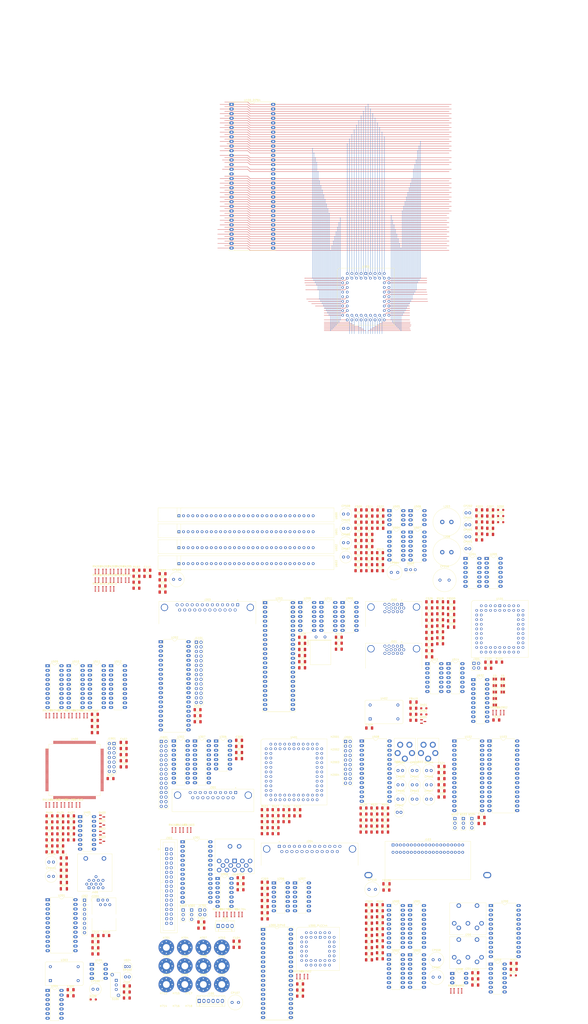
<source format=kicad_pcb>
(kicad_pcb (version 20221018) (generator pcbnew)
  (title_block (title "ReSTe mignon") (date "2023-11-20") (rev "ATX-mk0-0.1") (comment 2 "Original repository : https://github.com/sporniket/reste-mignon") (comment 4 "A remake of the Atari STe with some fixes applied and a target size of 25×18cm (B5)"))
  (layers (0 "F.Cu" signal) (1 "In1.Cu" signal) (2 "In2.Cu" signal) (31 "B.Cu" signal) (34 "B.Paste" user) (35 "F.Paste" user) (36 "B.SilkS" user "B.Silkscreen") (37 "F.SilkS" user "F.Silkscreen") (38 "B.Mask" user) (39 "F.Mask" user) (44 "Edge.Cuts" user))
  (net 0 "")
  (net 1 "GND")
  (net 2 "Net-(U104-CTLVLT)")
  (net 3 "VCC")
  (net 4 "+12V")
  (net 5 "Net-(J103-Pin_1)")
  (net 6 "-12V")
  (net 7 "G12V")
  (net 8 "/U204 U205 — G12V -12V -5V/lim_1")
  (net 9 "/U204 U205 — G12V -12V -5V/freq_1")
  (net 10 "/U204 U205 — G12V -12V -5V/freq_2")
  (net 11 "/U203 — MFP 68901/xtal2")
  (net 12 "/U203 — MFP 68901/xtal1")
  (net 13 "/J204 — RS-232 IO/rca")
  (net 14 "/J204 — RS-232 IO/rcb")
  (net 15 "/J204 — RS-232 IO/rcd")
  (net 16 "/J204 — RS-232 IO/rcc")
  (net 17 "/J400 — Video Port/fvcc1")
  (net 18 "/J400 — Video Port/fvcc2")
  (net 19 "+8.2V")
  (net 20 "V_AUD+")
  (net 21 "V_AUD-")
  (net 22 "Net-(U502-COMPENSATION)")
  (net 23 "Net-(U507A-OUT1)")
  (net 24 "Net-(U507A-IN1-)")
  (net 25 "Net-(U507D-OUT4)")
  (net 26 "Net-(U507D-IN4-)")
  (net 27 "Net-(U503-COMPENSATION)")
  (net 28 "Net-(U507B-OUT2)")
  (net 29 "Net-(U507B-IN2-)")
  (net 30 "Net-(U507C-OUT3)")
  (net 31 "Net-(U507C-IN3-)")
  (net 32 "/J500 J501 — Gamepad ports/j0_15")
  (net 33 "Net-(U513-1CTLVLT)")
  (net 34 "Net-(U508-LEFT_TONE_IN)")
  (net 35 "ASOUND_LEFT")
  (net 36 "/U508 — Sound mix and output/left_tone_out")
  (net 37 "/U508 — Sound mix and output/left_op_amp_out")
  (net 38 "/J500 J501 — Gamepad ports/j0_5")
  (net 39 "Net-(U513-2CTLVLT)")
  (net 40 "/U508 — Sound mix and output/right_tone_out")
  (net 41 "/U508 — Sound mix and output/right_op_amp_out")
  (net 42 "Net-(C536-Pad1)")
  (net 43 "Net-(U508-RIGHT_TONE_IN)")
  (net 44 "ASOUND_RIGHT")
  (net 45 "/J500 J501 — Gamepad ports/j1_5")
  (net 46 "Net-(U514-1CTLVLT)")
  (net 47 "/J500 J501 — Gamepad ports/j1_15")
  (net 48 "Net-(U514-2CTLVLT)")
  (net 49 "/U201 — Acia 2 to IKBD IO/tx")
  (net 50 "/U201 — Acia 2 to IKBD IO/rx")
  (net 51 "Net-(D100-A)")
  (net 52 "Net-(U104-DISCHARGE)")
  (net 53 "Net-(D200-K)")
  (net 54 "/U204 U205 — G12V -12V -5V/col_1")
  (net 55 "-5V")
  (net 56 "Net-(J400-Pin_1)")
  (net 57 "AUDIO")
  (net 58 "Net-(J502-In)")
  (net 59 "Net-(CP525-Pad1)")
  (net 60 "Net-(CP529-Pad2)")
  (net 61 "Net-(U508-LEFT_FRONT_OUT)")
  (net 62 "Net-(J503-In)")
  (net 63 "Net-(CP537-Pad1)")
  (net 64 "AUDIOS")
  (net 65 "/U508 — Sound mix and output/audio_full")
  (net 66 "Net-(U508-BYPASS)")
  (net 67 "Net-(CP543-Pad2)")
  (net 68 "Net-(U508-RIGHT_FRONT_OUT)")
  (net 69 "GIL")
  (net 70 "Net-(U508-LEFT_SELECT_OUT)")
  (net 71 "AUDIOI")
  (net 72 "GIR")
  (net 73 "Net-(U508-RIGHT_SELECT_OUT)")
  (net 74 "Net-(U504A-IN1-)")
  (net 75 "Net-(U505-FILTER_IN)")
  (net 76 "Net-(U504D-IN4-)")
  (net 77 "Net-(U506-FILTER_IN)")
  (net 78 "Net-(D202-K)")
  (net 79 "Net-(D202-A)")
  (net 80 "Net-(D203-K)")
  (net 81 "Net-(D401-A)")
  (net 82 "HSYNC")
  (net 83 "VSYNC")
  (net 84 "/E[0..7] — Jumper pads/e0")
  (net 85 "/E[0..7] — Jumper pads/e1")
  (net 86 "/E[0..7] — Jumper pads/e2")
  (net 87 "/E[0..7] — Jumper pads/e3")
  (net 88 "/E[0..7] — Jumper pads/e4")
  (net 89 "/E[0..7] — Jumper pads/e5")
  (net 90 "/E[0..7] — Jumper pads/e6")
  (net 91 "/E[0..7] — Jumper pads/e7")
  (net 92 "Net-(Q405-C)")
  (net 93 "Net-(FB500-Pad2)")
  (net 94 "Net-(J500-Pin_5)")
  (net 95 "Net-(FB501-Pad2)")
  (net 96 "Net-(J500-Pin_15)")
  (net 97 "Net-(FB502-Pad2)")
  (net 98 "Net-(J501-Pin_5)")
  (net 99 "Net-(FB503-Pad2)")
  (net 100 "Net-(J501-Pin_15)")
  (net 101 "XPEN")
  (net 102 "Net-(J500-Pin_6)")
  (net 103 "XLDS")
  (net 104 "ADDR1")
  (net 105 "XUDS")
  (net 106 "ADDR2")
  (net 107 "XROM4")
  (net 108 "ADDR3")
  (net 109 "XROM3")
  (net 110 "ADDR4")
  (net 111 "ADDR11")
  (net 112 "ADDR12")
  (net 113 "ADDR5")
  (net 114 "ADDR10")
  (net 115 "ADDR6")
  (net 116 "ADDR9")
  (net 117 "ADDR7")
  (net 118 "ADDR14")
  (net 119 "ADDR8")
  (net 120 "ADDR15")
  (net 121 "ADDR13")
  (net 122 "DATA1")
  (net 123 "DATA0")
  (net 124 "DATA3")
  (net 125 "DATA2")
  (net 126 "DATA5")
  (net 127 "DATA4")
  (net 128 "DATA7")
  (net 129 "DATA6")
  (net 130 "DATA9")
  (net 131 "DATA8")
  (net 132 "DATA11")
  (net 133 "DATA10")
  (net 134 "DATA13")
  (net 135 "DATA12")
  (net 136 "DATA15")
  (net 137 "DATA14")
  (net 138 "Net-(J200-Pin_1)")
  (net 139 "Net-(J200-Pin_3)")
  (net 140 "Net-(J200-Pin_4)")
  (net 141 "Net-(J200-Pin_5)")
  (net 145 "Net-(J201-Pin_4)")
  (net 146 "XRESET")
  (net 147 "BD0SEL")
  (net 155 "PARALLEL_BUSY")
  (net 157 "/U202 — PSG and Parallel IO/pd7")
  (net 158 "/U202 — PSG and Parallel IO/pd6")
  (net 159 "/U202 — PSG and Parallel IO/pd5")
  (net 160 "/U202 — PSG and Parallel IO/pd4")
  (net 161 "/U202 — PSG and Parallel IO/pd3")
  (net 162 "/U202 — PSG and Parallel IO/pd2")
  (net 163 "/U202 — PSG and Parallel IO/pd1")
  (net 164 "/U202 — PSG and Parallel IO/pd0")
  (net 165 "/U202 — PSG and Parallel IO/strobe")
  (net 169 "/J204 — RS-232 IO/rs_232_ri")
  (net 171 "/J204 — RS-232 IO/rs_232_dir")
  (net 183 "/J204 — RS-232 IO/rs_232_cd")
  (net 185 "/J204 — RS-232 IO/rs_232_cts")
  (net 186 "/J204 — RS-232 IO/rs_232_rts")
  (net 187 "/J204 — RS-232 IO/rs_232_rx")
  (net 188 "/J204 — RS-232 IO/rs_232_tx")
  (net 189 "ACSI_19_HDRQ")
  (net 190 "Net-(J301-Pin_1)")
  (net 191 "Net-(J301-Pin_2)")
  (net 192 "Net-(J301-Pin_3)")
  (net 193 "/J301 — ACSI Port/acsi_12")
  (net 194 "XHDINT")
  (net 195 "Net-(J301-Pin_4)")
  (net 196 "Net-(J301-Pin_5)")
  (net 197 "Net-(J301-Pin_6)")
  (net 198 "Net-(J301-Pin_7)")
  (net 199 "Net-(J301-Pin_8)")
  (net 200 "Net-(J301-Pin_9)")
  (net 201 "Net-(J301-Pin_14)")
  (net 202 "Net-(J301-Pin_16)")
  (net 203 "Net-(J301-Pin_18)")
  (net 205 "S0SEL")
  (net 206 "/U301 — WD1772 and port/rd")
  (net 207 "/U301 — WD1772 and port/wprt")
  (net 208 "/U301 — WD1772 and port/tr00")
  (net 209 "/U301 — WD1772 and port/DRV_WGATE")
  (net 210 "/U301 — WD1772 and port/DRV_WDATA")
  (net 211 "/U301 — WD1772 and port/DRV_STEP")
  (net 212 "/U301 — WD1772 and port/DRV_DOIN")
  (net 213 "/U301 — WD1772 and port/DRV_MON")
  (net 215 "D1SEL")
  (net 216 "D0SEL")
  (net 217 "/U301 — WD1772 and port/ip")
  (net 221 "Net-(J304-Pin_6)")
  (net 222 "Net-(J304-Pin_5)")
  (net 223 "XBGK")
  (net 224 "XBGACK")
  (net 225 "XBLTBG")
  (net 226 "XCPUBG")
  (net 227 "Net-(J400-Pin_8)")
  (net 228 "/J400 — Video Port/vid11_mono")
  (net 229 "/J400 — Video Port/vid10_blue")
  (net 230 "Net-(J400-Pin_9)")
  (net 231 "Net-(J400-Pin_12)")
  (net 232 "/J400 — Video Port/vid7_red")
  (net 233 "/J400 — Video Port/vid6_green")
  (net 234 "/J400 — Video Port/vid4")
  (net 235 "/J400 — Video Port/genlock")
  (net 236 "COMPOSITE_OR_CSYNC")
  (net 237 "JOY0_14")
  (net 238 "JOY0_13")
  (net 239 "JOY0_12")
  (net 240 "JOY0_11")
  (net 241 "JOY0_10")
  (net 243 "JOY0_4")
  (net 244 "JOY0_3")
  (net 245 "JOY0_2")
  (net 246 "JOY0_1")
  (net 247 "JOY1_14")
  (net 248 "JOY1_13")
  (net 249 "JOY1_12")
  (net 250 "JOY1_11")
  (net 251 "JOY1_10")
  (net 253 "JOY1_6")
  (net 254 "JOY1_4")
  (net 255 "JOY1_3")
  (net 256 "JOY1_2")
  (net 257 "JOY1_1")
  (net 258 "Net-(J1601-Pin_1)")
  (net 259 "/J301 — ACSI Port/hdrw")
  (net 260 "/J301 — ACSI Port/hda0")
  (net 261 "/J301 — ACSI Port/hdcs")
  (net 262 "/J301 — ACSI Port/hdack")
  (net 263 "/J301 — ACSI Port/HD7")
  (net 264 "Net-(J1601-Pin_3)")
  (net 265 "/J301 — ACSI Port/HD6")
  (net 266 "Net-(J1601-Pin_5)")
  (net 267 "/J301 — ACSI Port/HD5")
  (net 268 "Net-(J1601-Pin_7)")
  (net 269 "/J301 — ACSI Port/HD4")
  (net 270 "Net-(J1601-Pin_9)")
  (net 271 "/J301 — ACSI Port/HD3")
  (net 272 "Net-(J1601-Pin_11)")
  (net 273 "/J301 — ACSI Port/HD2")
  (net 274 "Net-(J1601-Pin_13)")
  (net 275 "/J301 — ACSI Port/HD1")
  (net 276 "Net-(J1601-Pin_15)")
  (net 277 "/J301 — ACSI Port/HD0")
  (net 279 "/U401 — GST Shifter/r3")
  (net 280 "/U401 — GST Shifter/r2")
  (net 281 "/U401 — GST Shifter/r1")
  (net 282 "/U401 — GST Shifter/r0")
  (net 283 "/U401 — GST Shifter/g3")
  (net 284 "/U401 — GST Shifter/g2")
  (net 285 "/U401 — GST Shifter/g1")
  (net 286 "/U401 — GST Shifter/g0")
  (net 287 "/U401 — GST Shifter/b3")
  (net 288 "/U401 — GST Shifter/b2")
  (net 289 "/U401 — GST Shifter/b1")
  (net 290 "/U401 — GST Shifter/b0")
  (net 291 "/U401 — GST Shifter/mono")
  (net 292 "SHIFTER_RED")
  (net 293 "Net-(J1701-Pin_1)")
  (net 294 "SHIFTER_GREEN")
  (net 295 "Net-(J1701-Pin_3)")
  (net 296 "SHIFTER_BLUE")
  (net 297 "Net-(Q400-E)")
  (net 298 "SHIFTER_MONO")
  (net 299 "Net-(Q401-E)")
  (net 300 "Net-(Q402-E)")
  (net 301 "XDTACK")
  (net 302 "XVPA")
  (net 303 "XVMA")
  (net 304 "/U204 U205 — G12V -12V -5V/in_1")
  (net 305 "ACIA_IRQ")
  (net 306 "Net-(Q403-E)")
  (net 307 "/U204 U205 — G12V -12V -5V/in_2")
  (net 308 "MONOMON")
  (net 309 "XBLTINT")
  (net 310 "XMFPINT")
  (net 311 "Net-(Q405-E)")
  (net 312 "RDY")
  (net 313 "Net-(U205-COL_OUT)")
  (net 314 "Net-(W300-C)")
  (net 315 "Net-(U502-IOUT)")
  (net 316 "Net-(U505-FILTER_OUT)")
  (net 317 "DAC_LEFT")
  (net 318 "Net-(U502-VREF+)")
  (net 319 "Net-(U502-VREF-)")
  (net 320 "Net-(U503-IOUT)")
  (net 321 "Net-(U506-FILTER_OUT)")
  (net 322 "DAC_RIGHT")
  (net 323 "Net-(U503-VREF+)")
  (net 324 "Net-(U503-VREF-)")
  (net 325 "/U508 — Sound mix and output/audio_low")
  (net 326 "Net-(U504B-OUT2)")
  (net 327 "Net-(U504B-IN2-)")
  (net 328 "Net-(U504C-OUT3)")
  (net 329 "XBR")
  (net 330 "XBERR")
  (net 331 "XHALT")
  (net 332 "XAS")
  (net 333 "RXW")
  (net 334 "ADDR16")
  (net 335 "ADDR20")
  (net 336 "ADDR18")
  (net 337 "ADDR19")
  (net 338 "ADDR17")
  (net 339 "Net-(U504C-IN3-)")
  (net 340 "ADDR22")
  (net 341 "ADDR23")
  (net 342 "ADDR21")
  (net 344 "FC1")
  (net 345 "FC2")
  (net 346 "FC0")
  (net 348 "/U200 — Acia 1 to MIDI IO/not_rx")
  (net 349 "/U200 — Acia 1 to MIDI IO/not_tx")
  (net 350 "/U200 — Acia 1 to MIDI IO/rx")
  (net 351 "/U200 — Acia 1 to MIDI IO/midi_out")
  (net 352 "/U200 — Acia 1 to MIDI IO/midi_thru")
  (net 353 "CDATA3")
  (net 354 "CDATA1")
  (net 355 "CDATA2")
  (net 356 "CDATA0")
  (net 357 "CDATA7")
  (net 358 "CDATA5")
  (net 359 "CDATA6")
  (net 360 "CDATA4")
  (net 363 "DMA_HDRQ")
  (net 365 "/U301 — WD1772 and port/not_wg")
  (net 366 "/U301 — WD1772 and port/not_wd")
  (net 367 "/U301 — WD1772 and port/not_dirc")
  (net 368 "/U301 — WD1772 and port/not_step")
  (net 371 "XCAS0L")
  (net 372 "XRAS0")
  (net 373 "XCAS0H")
  (net 375 "/U400 — GSTMCU/cas0h")
  (net 376 "/U400 — GSTMCU/cas0l")
  (net 377 "/U400 — GSTMCU/ras0")
  (net 378 "XWE")
  (net 379 "XCAS1L")
  (net 380 "XRAS1")
  (net 381 "XCAS1H")
  (net 382 "/U400 — GSTMCU/we")
  (net 383 "/U400 — GSTMCU/cas1h")
  (net 384 "/U400 — GSTMCU/cas1l")
  (net 385 "/U400 — GSTMCU/ras1")
  (net 386 "MADDR6")
  (net 387 "MADDR7")
  (net 388 "MADDR9")
  (net 389 "MADDR8")
  (net 390 "/U400 — GSTMCU/ma6")
  (net 391 "/U400 — GSTMCU/ma8")
  (net 392 "/U400 — GSTMCU/ma7")
  (net 393 "/U400 — GSTMCU/ma9")
  (net 394 "MADDR2")
  (net 395 "MADDR3")
  (net 396 "MADDR5")
  (net 397 "MADDR4")
  (net 398 "/U400 — GSTMCU/ma2")
  (net 399 "/U400 — GSTMCU/ma4")
  (net 400 "/U400 — GSTMCU/ma3")
  (net 401 "/U400 — GSTMCU/ma5")
  (net 404 "MADDR1")
  (net 405 "MADDR0")
  (net 407 "/U400 — GSTMCU/ma0")
  (net 409 "/U400 — GSTMCU/ma1")
  (net 411 "/U504~~U507 — Sound amp. & filter/+12V")
  (net 416 "XIPL0")
  (net 417 "XIPL1")
  (net 418 "E")
  (net 420 "XIPL2")
  (net 421 "CLK8")
  (net 430 "/U102 U103 — EPROMs/G_SELECT")
  (net 431 "XROM2")
  (net 432 "/U102 U103 — EPROMs/A15_SELECT")
  (net 433 "/U102 U103 — EPROMs/A16_SELECT")
  (net 434 "RESET")
  (net 435 "N6850")
  (net 436 "/U200 — Acia 1 to MIDI IO/tx")
  (net 438 "KHZ500")
  (net 441 "SERIAL_RTS")
  (net 442 "SERIAL_DIR")
  (net 445 "SNDCS")
  (net 446 "SNDIR")
  (net 449 "CLK2")
  (net 451 "XMFPCS")
  (net 452 "SERIAL_CTS")
  (net 453 "SERIAL_CD")
  (net 454 "XIACK")
  (net 455 "DE")
  (net 456 "/U203 — MFP 68901/tai")
  (net 457 "/U203 — MFP 68901/timer_d")
  (net 462 "CLK4")
  (net 464 "SERIAL_RX")
  (net 465 "SERIAL_TX")
  (net 468 "/U203 — MFP 68901/not_xsint_XOR_monomon")
  (net 469 "SERIAL_RI")
  (net 470 "XDISKINT")
  (net 473 "/U301 — WD1772 and port/+12V")
  (net 481 "/U203 — MFP 68901/not_xsint")
  (net 483 "/U203 — MFP 68901/hsync_xor_vsync")
  (net 484 "/J400 — Video Port/+12V")
  (net 487 "SD7")
  (net 489 "SHIFTER_SD7")
  (net 491 "XSINT")
  (net 492 "FDINT")
  (net 493 "DMA_FDRQ")
  (net 494 "/U301 — WD1772 and port/wd")
  (net 495 "/U301 — WD1772 and port/wg")
  (net 496 "/U301 — WD1772 and port/mo")
  (net 497 "SCLK")
  (net 498 "CADDR2")
  (net 499 "/U301 — WD1772 and port/dirc")
  (net 500 "CADDR1")
  (net 501 "/U301 — WD1772 and port/step")
  (net 502 "DMA_RW")
  (net 503 "DMA_FDCS")
  (net 504 "/J301 — ACSI Port/hd_enable")
  (net 505 "Net-(U304-1D)")
  (net 506 "Net-(U304-2D)")
  (net 508 "/U303 — SCLK & CLK2 clocks/half_sclk")
  (net 512 "DMA_ACK")
  (net 515 "DMA_HDCS")
  (net 518 "MCU_BLANK")
  (net 519 "MCU_CMPCS")
  (net 520 "MCU_DCYC")
  (net 521 "XFCS")
  (net 523 "/U509~~U512 — Gamepad control/pull_500_2")
  (net 524 "/U509~~U512 — Gamepad control/pull_500_4")
  (net 525 "MCU_LATCH")
  (net 526 "MCU_RDAT")
  (net 527 "MCU_WDAT")
  (net 528 "SHIFTER_SREQ")
  (net 529 "MCU_SLOAD")
  (net 530 "/U509~~U512 — Gamepad control/pull_500_6")
  (net 531 "XBUTTON")
  (net 532 "JOYWL")
  (net 533 "XJOYWE")
  (net 534 "XJOYRL")
  (net 535 "XJOYRH")
  (net 536 "XPADRST")
  (net 537 "XPAD1Y")
  (net 538 "XPAD1X")
  (net 539 "XPAD0Y")
  (net 540 "XPAD0X")
  (net 541 "/U509~~U512 — Gamepad control/pull_500_8")
  (net 547 "SHIFTER_16MHZ")
  (net 548 "MDATA14")
  (net 549 "MDATA12")
  (net 550 "MDATA10")
  (net 551 "MDATA8")
  (net 552 "MDATA6")
  (net 553 "MDATA4")
  (net 554 "MDATA2")
  (net 555 "MDATA0")
  (net 556 "MDATA15")
  (net 557 "MDATA13")
  (net 558 "MDATA11")
  (net 559 "MDATA9")
  (net 560 "MDATA7")
  (net 561 "MDATA5")
  (net 562 "MDATA3")
  (net 563 "MDATA1")
  (net 564 "MC")
  (net 566 "FCLK")
  (net 567 "MWD")
  (net 568 "SD0")
  (net 569 "SD2")
  (net 570 "SD4")
  (net 571 "SD6")
  (net 572 "XRD")
  (net 573 "MWK")
  (net 574 "XMWE")
  (net 575 "SD1")
  (net 576 "SD3")
  (net 577 "SD5")
  (net 578 "XLD")
  (net 579 "32MHZ")
  (net 621 "/U400 — GSTMCU/rom6")
  (net 622 "/U400 — GSTMCU/rom5")
  (net 623 "/U400 — GSTMCU/rom1")
  (net 624 "/U400 — GSTMCU/rom0")
  (net 625 "/U500~~U503 - DMA Sound DAC/left_b1")
  (net 626 "/U500~~U503 - DMA Sound DAC/left_b2")
  (net 627 "/U500~~U503 - DMA Sound DAC/left_b3")
  (net 628 "/U500~~U503 - DMA Sound DAC/left_b4")
  (net 629 "/U500~~U503 - DMA Sound DAC/left_b5")
  (net 630 "/U500~~U503 - DMA Sound DAC/left_b6")
  (net 631 "/U500~~U503 - DMA Sound DAC/left_b7")
  (net 632 "/U500~~U503 - DMA Sound DAC/left_b8")
  (net 633 "/U500~~U503 - DMA Sound DAC/right_b1")
  (net 634 "/U500~~U503 - DMA Sound DAC/right_b2")
  (net 635 "/U500~~U503 - DMA Sound DAC/right_b3")
  (net 636 "/U500~~U503 - DMA Sound DAC/right_b4")
  (net 637 "/U500~~U503 - DMA Sound DAC/right_b5")
  (net 638 "/U500~~U503 - DMA Sound DAC/right_b6")
  (net 639 "/U500~~U503 - DMA Sound DAC/right_b7")
  (net 640 "/U500~~U503 - DMA Sound DAC/right_b8")
  (footprint "Resistor_SMD:R_1206_3216Metric_Pad1.30x1.75mm_HandSolder" (layer "F.Cu") (at 204.5 462.2)
    (fp_text reference "R418")
    (fp_text value "3K")
  )
  (footprint "Capacitor_SMD:C_1206_3216Metric_Pad1.33x1.80mm_HandSolder" (layer "F.Cu") (at 249.98 301.35)
    (fp_text reference "C502")
    (fp_text value "0.1uF")
  )
  (footprint "Capacitor_SMD:C_1206_3216Metric_Pad1.33x1.80mm_HandSolder" (layer "F.Cu") (at 262 304.7)
    (fp_text reference "C2601")
    (fp_text value "0.33uF")
  )
  (footprint "Capacitor_SMD:C_1206_3216Metric_Pad1.33x1.80mm_HandSolder" (layer "F.Cu") (at 121.14 435.45)
    (fp_text reference "C406")
    (fp_text value "0.1uF")
  )
  (footprint "Inductor_SMD:L_1206_3216Metric_Pad1.22x1.90mm_HandSolder" (layer "F.Cu") (at 300.84 358.86)
    (fp_text reference "FB508")
    (fp_text value "Ferrite Bead")
  )
  (footprint "Resistor_SMD:R_1206_3216Metric_Pad1.30x1.75mm_HandSolder" (layer "F.Cu") (at 261.76 517.61)
    (fp_text reference "R506")
    (fp_text value "10K 1%")
  )
  (footprint "Connector_PinSocket_2.54mm:PinSocket_2x07_P2.54mm_Vertical" (layer "F.Cu") (at 115.85 422.7)
    (fp_text reference "J1901")
    (fp_text value "ROM[0..6] Breakout")
  )
  (footprint "Capacitor_SMD:C_1206_3216Metric_Pad1.33x1.80mm_HandSolder" (layer "F.Cu") (at 255.99 314.75)
    (fp_text reference "C521")
    (fp_text value "0.001uF")
  )
  (footprint "Resistor_SMD:R_1206_3216Metric_Pad1.30x1.75mm_HandSolder" (layer "F.Cu") (at 210.45 462.2)
    (fp_text reference "R428")
    (fp_text value "6K2")
  )
  (footprint "Package_TO_SOT_THT:TO-92L_Inline_Wide" (layer "F.Cu") (at 276.08 327.4)
    (fp_text reference "Q500")
    (fp_text value "UA78L08")
  )
  (footprint "Resistor_SMD:R_Array_Convex_4x0603" (layer "F.Cu") (at 83.66 456.3)
    (fp_text reference "RN1902")
    (fp_text value "33 ×4")
  )
  (footprint "Diode_SMD:D_SOD-123F" (layer "F.Cu") (at 328.035 298)
    (fp_text reference "D201")
    (fp_text value "1N914")
  )
  (footprint "Resistor_SMD:R_1206_3216Metric_Pad1.30x1.75mm_HandSolder" (layer "F.Cu") (at 264.65 471.17)
    (fp_text reference "R2701")
    (fp_text value "10K")
  )
  (footprint "Resistor_SMD:R_1206_3216Metric_Pad1.30x1.75mm_HandSolder" (layer "F.Cu") (at 294.82 361.43)
    (fp_text reference "R529")
    (fp_text value "470")
  )
  (footprint "Capacitor_SMD:C_1206_3216Metric_Pad1.33x1.80mm_HandSolder" (layer "F.Cu") (at 198.58 498.67)
    (fp_text reference "C203")
    (fp_text value "0.1uF")
  )
  (footprint "Resistor_SMD:R_1206_3216Metric_Pad1.30x1.75mm_HandSolder" (layer "F.Cu") (at 86.36 462.32)
    (fp_text reference "R425")
    (fp_text value "150")
  )
  (footprint "Capacitor_SMD:C_1206_3216Metric_Pad1.33x1.80mm_HandSolder" (layer "F.Cu") (at 249.98 304.7)
    (fp_text reference "C505")
    (fp_text value "0.001uF")
  )
  (footprint "Capacitor_SMD:C_1206_3216Metric_Pad1.33x1.80mm_HandSolder" (layer "F.Cu") (at 184.49 427.59)
    (fp_text reference "C307")
    (fp_text value "0.1uF")
  )
  (footprint "Resistor_SMD:R_1206_3216Metric_Pad1.30x1.75mm_HandSolder" (layer "F.Cu") (at 316.28 301.2)
    (fp_text reference "R208")
    (fp_text value "1K2")
  )
  (footprint "mounting-holes:MountingHole_2.7mm_M2.5_clear_10mm" (layer "F.Cu") (at 149.91 570.21)
    (fp_text reference "H716")
    (fp_text value "M2.5")
  )
  (footprint "Package_DIP:DIP-14_W7.62mm_LongPads" (layer "F.Cu") (at 218.06 345.41)
    (fp_text reference "U209")
    (fp_text value "74LS86_PHY")
  )
  (footprint "Capacitor_SMD:C_1206_3216Metric_Pad1.33x1.80mm_HandSolder" (layer "F.Cu") (at 325.64 409.76)
    (fp_text reference "C632")
    (fp_text value "0.1uF")
  )
  (footprint "Capacitor_THT:C_Radial_D5.0mm_H11.0mm_P2.00mm" (layer "F.Cu") (at 309.03 315.9)
    (fp_text reference "CP215")
    (fp_text value "4.7uF")
  )
  (footprint "Inductor_SMD:L_1206_3216Metric_Pad1.22x1.90mm_HandSolder" (layer "F.Cu") (at 300.84 351.96)
    (fp_text reference "FB502")
    (fp_text value "Ferrite Bead")
  )
  (footprint "Resistor_SMD:R_Array_Convex_4x0603" (layer "F.Cu") (at 181.09 516.34)
    (fp_text reference "RN1703")
    (fp_text value "47 ×4")
  )
  (footprint "Capacitor_THT:C_Radial_D8.0mm_H11.5mm_P3.50mm" (layer "F.Cu") (at 148.52 332.71)
    (fp_text reference "CP600")
    (fp_text value "100uF")
  )
  (footprint "unc-mounting-holes:MountingHole_3.7mm_UTS_6_Pad_Via" (layer "F.Cu") (at 154.71 534.41)
    (fp_text reference "H704")
    (fp_text value "UNC 6-32")
  )
  (footprint "Resistor_SMD:R_Array_Convex_4x0603" (layer "F.Cu") (at 91.96 456.3)
    (fp_text reference "RN1904")
    (fp_text value "68 ×4")
  )
  (footprint "Resistor_SMD:R_Array_Convex_4x0603" (layer "F.Cu") (at 106.51 333.15)
    (fp_text reference "RN206")
    (fp_text value "2K2 ×4")
  )
  (footprint "Package_DIP:DIP-8_W7.62mm_LongPads" (layer "F.Cu") (at 278.58 295.05)
    (fp_text reference "U506")
    (fp_text value "MF4CN-100_PHY")
  )
  (footprint "Capacitor_SMD:C_1206_3216Metric_Pad1.33x1.80mm_HandSolder" (layer "F.Cu") (at 92.04 557.57)
    (fp_text reference "C300")
    (fp_text value "0.1uF")
  )
  (footprint "Resistor_SMD:R_Array_Convex_4x0603" (layer "F.Cu") (at 185.24 516.34)
    (fp_text reference "RN1704")
    (fp_text value "1K ×4")
  )
  (footprint "Resistor_SMD:R_1206_3216Metric_Pad1.30x1.75mm_HandSolder" (layer "F.Cu") (at 261.76 511.03)
    (fp_text reference "R500")
    (fp_text value "8K2 1%")
  )
  (footprint "Connector_PinHeader_2.54mm:PinHeader_1x03_P2.54mm_Vertical" (layer "F.Cu") (at 307.56 463.79)
    (fp_text reference "W103")
    (fp_text value "SW_SPDT")
  )
  (footprint "Resistor_SMD:R_1206_3216Metric_Pad1.30x1.75mm_HandSolder" (layer "F.Cu") (at 261.76 530.77)
    (fp_text reference "R515")
    (fp_text value "10K 1%")
  )
  (footprint "mounting-holes:MountingHole_2.7mm_M2.5_clear_10mm" (layer "F.Cu") (at 149.91 563.26)
    (fp_text reference "H715")
    (fp_text value "M2.5")
  )
  (footprint "unc-mounting-holes:MountingHole_3.7mm_UTS_6_Pad_Via" (layer "F.Cu") (at 154.71 554.71)
    (fp_text reference "H706")
    (fp_text value "UNC 6-32")
  )
  (footprint "Resistor_SMD:R_1206_3216Metric_Pad1.30x1.75mm_HandSolder" (layer "F.Cu") (at 261.76 534.06)
    (fp_text reference "R517")
    (fp_text value "8K2 1%")
  )
  (footprint "Capacitor_SMD:C_1206_3216Metric_Pad1.33x1.80mm_HandSolder" (layer "F.Cu") (at 295.58 435.21)
    (fp_text reference "C524")
    (fp_text value "0.1uF")
  )
  (footprint "Resistor_SMD:R_Array_Convex_4x0603" (layer "F.Cu") (at 114.81 328.4)
    (fp_text reference "RN203")
    (fp_text value "2K2 ×4")
  )
  (footprint "Jumper:SolderJumper-2_P1.3mm_Open_Pad1.0x1.5mm" (layer "F.Cu") (at 329.16 394.46)
    (fp_text reference "E7")
    (fp_text value "SolderJumper_2_Open")
  )
  (footprint "Connector_Molex:Molex_KK-254_AE-6410-06A_1x06_P2.54mm_Vertical" (layer "F.Cu") (at 162.63 563.73)
    (fp_text reference "J100")
    (fp_text value "Power")
  )
  (footprint "Resistor_SMD:R_1206_3216Metric_Pad1.30x1.75mm_HandSolder" (layer "F.Cu") (at 92.31 475.48)
    (fp_text reference "R472")
    (fp_text value "4K7")
  )
  (footprint "atari-interconnect:socket-rca-5-pins" (layer "F.Cu") (at 275.427 430.951)
    (fp_text reference "J502")
    (fp_text value "Phono LEFT")
  )
  (footprint "commons-interconnect_THT:DSUB-25_Female_Horizontal_P2.77x2.84mm_EdgePinOffset7.70mm_Housed_MountingHolesOffset9.12mm" (layer "F.Cu") (at 183.71 346.649338)
    (fp_text reference "J203")
    (fp_text value "DB-25S Parallel port")
  )
  (footprint "Capacitor_SMD:C_1206_3216Metric_Pad1.33x1.80mm_HandSolder" (layer "F.Cu") (at 198.58 505.37)
    (fp_text reference "C222")
    (fp_text value "100pF")
  )
  (footprint "Capacitor_SMD:C_1206_3216Metric_Pad1.33x1.80mm_HandSolder" (layer "F.Cu") (at 288.84 365.11)
    (fp_text reference "C548")
    (fp_text value "800pF")
  )
  (footprint "Connector_IDC:IDC-Header_2x17_P2.54mm_Vertical" (layer "F.Cu") (at 144.725 480.57)
    (fp_text reference "J303")
    (fp_text value "Internal FDD Port")
  )
  (footprint "Resistor_SMD:R_Array_Convex_4x0603" (layer "F.Cu") (at 79.51 456.3)
    (fp_text reference "RN1901")
    (fp_text value "33 ×4")
  )
  (footprint "Resistor_SMD:R_1206_3216Metric_Pad1.30x1.75mm_HandSolder" (layer "F.Cu") (at 261.85 318.07)
    (fp_text reference "R513")
    (fp_text value "10K 1%")
  )
  (footprint "Connector_RJ:RJ12_Amphenol_54601" (layer "F.Cu") (at 107.19 508.45)
    (fp_text reference "J1001")
    (fp_text value "RJ11S - To Mega ST(e)/TT Keyboard")
  )
  (footprint "Resistor_SMD:R_1206_3216Metric_Pad1.30x1.75mm_HandSolder" (layer "F.Cu") (at 128.16 327.67)
    (fp_text reference "R102")
    (fp_text value "1K")
  )
  (footprint "mounting-holes:MountingHole_2.7mm_M2.5_clear_10mm" (layer "F.Cu") (at 142.96 563.26)
    (fp_text reference "H713")
    (fp_text value "M2.5")
  )
  (footprint "Package_DIP:DIP-20_W7.62mm_LongPads" (layer "F.Cu") (at 313.01 387.66)
    (fp_text reference "U632")
    (fp_text value "74LS244_PHY")
  )
  (footprint "Resistor_SMD:R_1206_3216Metric_Pad1.30x1.75mm_HandSolder" (layer "F.Cu") (at 316.28 294.62)
    (fp_text reference "R203")
    (fp_text value "5.1")
  )
  (footprint "Package_DIP:DIP-14_W7.62mm_LongPads" (layer "F.Cu") (at 287.81 378.91)
    (fp_text reference "U513")
    (fp_text value "LM556_DUAL_TIMER_PHY")
  )
  (footprint "Package_DIP:DIP-20_W7.62mm_LongPads" (layer "F.Cu") (at 91.01 380.05)
    (fp_text reference "U510")
    (fp_text value "74LS244_PHY")
  )
  (footprint "Capacitor_SMD:C_1206_3216Metric_Pad1.33x1.80mm_HandSolder" (layer "F.Cu") (at 134.14 327.7)
    (fp_text reference "C111")
    (fp_text value "0.1uF")
  )
  (footprint "Capacitor_SMD:C_1206_3216Metric_Pad1.33x1.80mm_HandSolder" (layer "F.Cu") (at 295.58 451.96)
    (fp_text reference "C538")
    (fp_text value "0.0082uF")
  )
  (footprint "Resistor_SMD:R_1206_3216Metric_Pad1.30x1.75mm_HandSolder" (layer "F.Cu") (at 261.76 520.9)
    (fp_text reference "R508")
    (fp_text value "8K2 1%")
  )
  (footprint "Resistor_SMD:R_1206_3216Metric_Pad1.30x1.75mm_HandSolder" (layer "F.Cu") (at 294.82 368.01)
    (fp_text reference "R536")
    (fp_text value "470")
  )
  (footprint "Resistor_SMD:R_1206_3216Metric_Pad1.30x1.75mm_HandSolder" (layer "F.Cu") (at 86.36 475.48)
    (fp_text reference "R433")
    (fp_text value "2K")
  )
  (footprint "Capacitor_SMD:C_1206_3216Metric_Pad1.33x1.80mm_HandSolder" (layer "F.Cu") (at 262 298)
    (fp_text reference "C523")
    (fp_text value "0.1uF")
  )
  (footprint "Resistor_SMD:R_1206_3216Metric_Pad1.30x1.75mm_HandSolder" (layer "F.Cu") (at 80.41 478.77)
    (fp_text reference "R420")
    (fp_text value "75")
  )
  (footprint "Resistor_SMD:R_1206_3216Metric_Pad1.30x1.75mm_HandSolder" (layer "F.Cu") (at 264.65 461.3)
    (fp_text reference "R541")
    (fp_text value "1K")
  )
  (footprint "Resistor_SMD:R_Array_Convex_4x0603" (layer "F.Cu") (at 172.79 516.34)
    (fp_text reference "RN1701")
    (fp_text value "1K ×4")
  )
  (footprint "Capacitor_SMD:C_1206_3216Metric_Pad1.33x1.80mm_HandSolder" (layer "F.Cu") (at 105.34 410)
    (fp_text reference "C551")
    (fp_text value "0.1uF")
  )
  (footprint "mounting-holes:MountingHole_2.7mm_M2.5_clear_10mm" (layer "F.Cu") (at 237.1 429.64)
    (fp_text reference "H2002")
    (fp_text value "M2.5")
  )
  (footprint "Package_DIP:DIP-14_W7.62mm_LongPads" (layer "F.Cu") (at 79.41 557.97)
    (fp_text reference "U304")
    (fp_text value "74LS74_PHY")
  )
  (footprint "Resistor_SMD:R_1206_3216Metric_Pad1.30x1.75mm_HandSolder" (layer "F.Cu") (at 252.75 471.17)
    (fp_text reference "R530")
    (fp_text value "10K")
  )
  (footprint "Resistor_SMD:R_1206_3216Metric_Pad1.30x1.75mm_HandSolder" (layer "F.Cu") (at 264.65 467.88)
    (fp_text reference "R591")
    (fp_text value "270K")
  )
  (footprint "Capacitor_SMD:C_1206_3216Metric_Pad1.33x1.80mm_HandSolder" (layer "F.Cu") (at 322.26 301.35)
    (fp_text reference "C209")
    (fp_text value "330pF")
  )
  (footprint "Capacitor_SMD:C_1206_3216Metric_Pad1.33x1.80mm_HandSolder" (layer "F.Cu") (at 288.84 375.16)
    (fp_text reference "C555")
    (fp_text value "0.1uF")
  )
  (footprint "Capacitor_SMD:C_1206_3216Metric_Pad1.33x1.80mm_HandSolder" (layer "F.Cu") (at 288.84 355.06)
    (fp_text reference "C533")
    (fp_text value "0.01uF")
  )
  (footprint "Capacitor_SMD:C_1206_3216Metric_Pad1.33x1.80mm_HandSolder" (layer "F.Cu") (at 198.58 512.07)
    (fp_text reference "C224")
    (fp_text value "100pF")
  )
  (footprint "unc-mounting-holes:MountingHole_3.7mm_UTS_6_Pad_Via" (layer "F.Cu") (at 144.56 534.41)
    (fp_text reference "H701")
    (fp_text value "UNC 6-32")
  )
  (footprint "Capacitor_SMD:C_1206_3216Metric_Pad1.33x1.80mm_HandSolder" (layer "F.Cu") (at 121.14 425.4)
    (fp_text reference "C403")
    (fp_text value "0.1uF")
  )
  (footprint "Inductor_SMD:L_1206_3216Metric_Pad1.22x1.90mm_HandSolder" (layer "F.Cu") (at 300.84 355.41)
    (fp_text reference "FB503")
    (fp_text value "Ferrite Bead")
  )
  (footprint "Capacitor_SMD:C_1206_3216Metric_Pad1.33x1.80mm_HandSolder" (layer "F.Cu") (at 183.09 531.01)
    (fp_text reference "C104")
    (fp_text value "0.1uF")
  )
  (footprint "Resistor_SMD:R_1206_3216Metric_Pad1.30x1.75mm_HandSolder" (layer "F.Cu") (at 204.5 465.49)
    (fp_text reference "R419")
    (fp_text value "6K2")
  )
  (footprint "Capacitor_THT:C_Radial_D5.0mm_H11.0mm_P2.00mm" (layer "F.Cu") (at 122.18 550.57)
    (fp_text reference "CP102")
    (fp_text value "22uF")
  )
  (footprint "Capacitor_SMD:C_1206_3216Metric_Pad1.33x1.80mm_HandSolder" (layer "F.Cu") (at 198.58 518.77)
    (fp_text reference "C228")
    (fp_text value "0.1uF")
  )
  (footprint "Capacitor_SMD:C_1206_3216Metric_Pad1.33x1.80mm_HandSolder" (layer "F.Cu") (at 216.43 458.94)
    (fp_text reference "C412")
    (fp_text value "0.1uF")
  )
  (footprint "Package_DIP:DIP-8_W7.62mm_LongPads" (layer "F.Cu") (at 103.66 543.72)
    (fp_text reference "U104")
    (fp_text value "LM555_TIMER_PHY")
  )
  (footprint "Capacitor_SMD:C_1206_3216Metric_Pad1.33x1.80mm_HandSolder" (layer "F.Cu") (at 121.14 428.75)
    (fp_text reference "C404")
    (fp_text value "0.1uF")
  )
  (footprint "Capacitor_THT:C_Radial_D6.3mm_H11.0mm_P2.50mm" (layer "F.Cu") (at 241.8 296.9)
    (fp_text reference "CP508")
    (fp_text value "47uF")
  )
  (footprint "Resistor_SMD:R_Array_Convex_4x0603" (layer "F.Cu") (at 118.96 328.4)
    (fp_text reference "RN204")
    (fp_text value "2K2 ×4")
  )
  (footprint "Resistor_SMD:R_1206_3216Metric_Pad1.30x1.75mm_HandSolder" (layer "F.Cu") (at 258.7 471.17)
    (fp_text reference "R539")
    (fp_text value "51K")
  )
  (footprint "Resistor_SMD:R_1206_3216Metric_Pad1.30x1.75mm_HandSolder" (layer "F.Cu") (at 255.9 324.65)
    (fp_text reference "R511")
    (fp_text value "10K 1%")
  )
  (footprint "Package_DIP:DIP-14_W7.62mm_LongPads" (layer "F.Cu") (at 278.58 306.8)
    (fp_text reference "U507")
    (fp_text value "LF347N_mu")
  )
  (footprint "unc-mounting-holes:MountingHole_3.7mm_UTS_6_Pad_Via" (layer "F.Cu") (at 164.86 554.71)
    (fp_text reference "H709")
    (fp_text value "UNC 6-32")
  )
  (footprint "atari-interconnect:socket-din-13" (layer "F.Cu") (at 105.345 495.635)
    (fp_text reference "J400")
    (fp_text value "DIN-13S — Video Port")
  )
  (footprint "Package_DIP:DIP-14_W7.62mm_LongPads" (layer "F.Cu") (at 172.69 496.64)
    (fp_text reference "U305")
    (fp_text value "7406_PHY")
  )
  (footprint "Resistor_SMD:R_Array_Convex_4x0603" (layer "F.Cu") (at 301.56 558.2)
    (fp_text reference "RN901")
    (fp_text value "4K7 ×4")
  )
  (footprint "Resistor_SMD:R_1206_3216Metric_Pad1.30x1.75mm_HandSolder" (layer "F.Cu") (at 204.5 468.78)
    (fp_text reference "R422")
    (fp_text value "12K")
  )
  (footprint "mounting-holes:MountingHole_2.7mm_M2.5_clear_10mm" (layer "F.Cu") (at 237.1 422.69)
    (fp_text reference "H2001")
    (fp_text value "M2.5")
  )
  (footprint "Package_DIP:DIP-14_W7.62mm_LongPads" (layer "F.Cu") (at 322.58 543.56)
    (fp_text reference "U210")
    (fp_text value "7406_PHY")
  )
  (footprint "Resistor_SMD:R_1206_3216Metric_Pad1.30x1.75mm_HandSolder" (layer "F.Cu") (at 80.41 465.61)
    (fp_text reference "R407")
    (fp_text value "75")
  )
  (footprint "Capacitor_SMD:C_1206_3216Metric_Pad1.33x1.80mm_HandSolder" (layer "F.Cu") (at 255.78 511.06)
    (fp_text reference "C503")
    (fp_text value "0.01uF")
  )
  (footprint "Capacitor_SMD:C_1206_3216Metric_Pad1.33x1.80mm_HandSolder" (layer "F.Cu") (at 122.91 555.52)
    (fp_text reference "C101")
    (fp_text value "0.01uF")
  )
  (footprint "Capacitor_SMD:C_1206_3216Metric_Pad1.33x1.80mm_HandSolder" (layer "F.Cu") (at 314.09 548.3)
    (fp_text reference "C200")
    (fp_text value "0.1uF")
  )
  (footprint "Capacitor_SMD:C_1206_3216Metric_Pad1.33x1.80mm_HandSolder" (layer "F.Cu") (at 295.58 438.56)
    (fp_text reference "C528")
    (fp_text value "0.0082uF")
  )
  (footprint "Package_TO_SOT_SMD:SOT-23" (layer "F.Cu") (at 285.53 410.61)
    (fp_text reference "Q405")
    (fp_text value "MMBT3904")
  )
  (footprint "Capacitor_SMD:C_1206_3216Metric_Pad1.33x1.80mm_HandSolder" (layer "F.Cu") (at 262 301.35)
    (fp_text reference "C565")
    (fp_text value "0.1uF")
  )
  (footprint "Resistor_SMD:R_1206_3216Metric_Pad1.30x1.75mm_HandSolder" (layer "F.Cu") (at 316.28 307.78)
    (fp_text reference "R213")
    (fp_text value "1K2")
  )
  (footprint "Resistor_SMD:R_1206_3216Metric_Pad1.30x1.75mm_HandSolder" (layer "F.Cu") (at 80.41 475.48)
    (fp_text reference "R413")
    (fp_text value "1K")
  )
  (footprint "Capacitor_SMD:C_1206_3216Metric_Pad1.33x1.80mm_HandSolder" (layer "F.Cu") (at 142.49 339.66)
    (fp_text reference "C636")
    (fp_text value "0.22uF")
  )
  (footprint "Capacitor_SMD:C_1206_3216Metric_Pad1.33x1.80mm_HandSolder" (layer "F.Cu") (at 198.58 508.72)
    (fp_text reference "C223")
    (fp_text value "100pF")
  )
  (footprint "Package_DIP:DIP-8_W7.62mm_LongPads" (layer "F.Cu") (at 266.98 295.05)
    (fp_text reference "U505")
    (fp_text value "MF4CN-100_PHY")
  )
  (footprint "Capacitor_THT:C_Radial_D8.0mm_H11.5mm_P3.50mm" (layer "F.Cu") (at 180.65 564.56)
    (fp_text reference "CP107")
    (fp_text value "100uF")
  )
  (footprint "unc-mounting-holes:MountingHole_3.7mm_UTS_6_Pad_Via" (layer "F.Cu") (at 175.01 534.41)
    (fp_text reference "H710")
    (fp_text value "UNC 6-32")
  )
  (footprint "Capacitor_SMD:C_1206_3216Metric_Pad1.33x1.80mm_HandSolder" (layer "F.Cu") (at 161.74 410.72)
    (fp_text reference "C214")
    (fp_text value "0.1uF")
  )
  (footprint "Package_DIP:DIP-32_W15.24mm_LongPads" (layer "F.Cu") (at 321.86 421.29)
    (fp_text reference "U103")
    (fp_text value "EPROM_32_PINS_DIP_PHY")
  )
  (footprint "Resistor_SMD:R_1206_3216Metric_Pad1.30x1.75mm_HandSolder" (layer "F.Cu") (at 92.31 465.61)
    (fp_text reference "R438")
    (fp_text value "27")
  )
  (footprint "Connector_Molex:Molex_KK-254_AE-6410-04A_1x04_P2.54mm_Vertical" (layer "F.Cu") (at 173.01 522.66)
    (fp_text reference "J302")
    (fp_text value "Internal FDD Power")
  )
  (footprint "Resistor_SMD:R_1206_3216Metric_Pad1.30x1.75mm_HandSolder" (layer "F.Cu") (at 316.28 304.49)
    (fp_text reference "R211")
    (fp_text value "1")
  )
  (footprint "Resistor_SMD:R_1206_3216Metric_Pad1.30x1.75mm_HandSolder" (layer "F.Cu") (at 185.29 502.79)
    (fp_text reference "R1701")
    (fp_text value "1K")
  )
  (footprint "commons-interconnect_THT:DSUB-25_Male_Horizontal_P2.77x2.84mm_EdgePinOffset7.70mm_Housed_MountingHolesOffset9.12mm" (layer "F.Cu") (at 206.55 479.029338)
    (fp_text reference "J204")
    (fp_text value "DB-25P Serial Port RS-232")
  )
  (footprint "Package_TO_SOT_SMD:SOT-23" (layer "F.Cu") (at 109.33 467.35)
    (fp_text reference "Q401")
    (fp_text value "MMBT3904")
  )
  (footprint "Capacitor_THT:C_Radial_D6.3mm_H11.0mm_P2.50mm" (layer "F.Cu") (at 271.7 445.31)
    (fp_text reference "CP529")
    (fp_text value "47uF")
  )
  (footprint "Resistor_SMD:R_1206_3216Metric_Pad1.30x1.75mm_HandSolder" (layer "F.Cu") (at 113.96 441.87)
    (fp_text reference "R421")
    (fp_text value "1K")
  )
  (footprint "Capacitor_THT:C_Radial_D8.0mm_H11.5mm_P3.50mm" (layer "F.Cu") (at 290.96 541.16)
    (fp_text reference "CP558")
    (fp_text value "100uF")
  )
  (footprint "atari-interconnect:DSUB-19_Female_Horizontal_P2.77x2.84mm_EdgePinOffset7.70mm_Housed_MountingHolesOffset9.12mm" (layer "F.Cu") (at 182.6 449.529338)
    (fp_text reference "J301")
    (fp_text value "DB-19S ACSI Port")
  )
  (footprint "Resistor_SMD:R_Array_Convex_4x0603" (layer "F.Cu") (at 110.66 328.4)
    (fp_text reference "RN202")
    (fp_text value "1K2 ×4")
  )
  (footprint "Package_DIP:DIP-16_W7.62mm_LongPads" (layer "F.Cu") (at 266.71 538.46)
    (fp_text reference "U502")
    (fp_text value "DAC0802LCN_PHY")
  )
  (footprint "Oscillator:Oscillator_DIP-14" (layer "F.Cu") (at 256.39 409.17)
    (fp_text reference "U402")
    (fp_text value "32.215905 MHz (NTSC) — 32.084988 MHz (Peritel)")
  )
  (footprint "Package_TO_SOT_SMD:SOT-23" (layer "F.Cu") (at 109.33 462.9)
    (fp_text reference "Q400")
    (fp_text value "MMBT3904")
  )
  (footprint "Capacitor_SMD:C_1206_3216Metric_Pad1.33x1.80mm_HandSolder" (layer "F.Cu") (at 249.98 308.05)
    (fp_text reference "C506")
    (fp_text value "0.001uF")
  )
  (footprint "Capacitor_SMD:C_1206_3216Metric_Pad1.33x1.80mm_HandSolder" (layer "F.Cu") (at 142.49 336.31)
    (fp_text reference "C635")
    (fp_text value "0.22uF")
  )
  (footprint "Resistor_SMD:R_Array_Convex_4x0603" (layer "F.Cu") (at 123.11 333.15)
    (fp_text reference "RN210")
    (fp_text value "2K2 ×4")
  )
  (footprint "Resistor_SMD:R_1206_3216Metric_Pad1.30x1.75mm_HandSolder" (layer "F.Cu") (at 294.82 364.72)
    (fp_text reference "R535")
    (fp_text value "1M")
  )
  (footprint "Capacitor_SMD:C_1206_3216Metric_Pad1.33x1.80mm_HandSolder" (layer "F.Cu") (at 105.34 406.65)
    (fp_text reference "C550")
    (fp_text value "0.1uF")
  )
  (footprint "Capacitor_THT:C_Radial_D8.0mm_H11.5mm_P3.50mm" (layer "F.Cu") (at 290.96 550.71)
    (fp_text reference "CP561")
    (fp_text value "100uF")
  )
  (footprint "Capacitor_SMD:C_1206_3216Metric_Pad1.33x1.80mm_HandSolder" (layer "F.Cu") (at 288.84 368.46)
    (fp_text reference "C549")
    (fp_text value "0.01uF")
  )
  (footprint "Resistor_SMD:R_Array_Convex_4x0603" (layer "F.Cu") (at 152.91 470.07)
    (fp_text reference "RN1602")
    (fp_text value "68 ×4")
  )
  (footprint "Resistor_SMD:R_1206_3216Metric_Pad1.30x1.75mm_HandSolder" (layer "F.Cu") (at 255.9 321.36)
    (fp_text reference "R510")
    (fp_text value "10K 1%")
  )
  (footprint "Resistor_SMD:R_1206_3216Metric_Pad1.30x1.75mm_HandSolder" (layer "F.Cu") (at 92.31 472.19)
    (fp_text reference "R441")
    (fp_text value "100")
  )
  (footprint "Package_DIP:DIP-20_W7.62mm_LongPads" (layer "F.Cu") (at 278.31 511.46)
    (fp_text reference "U501")
    (fp_text value "74F374_OCTAL_D-TYPE_EDGE-TRIGGERED_FLIP-FLOP_PHY")
  )
  (footprint "atari-interconnect:PinHeader_1x08_P2.54mm_Vertical_Ikbd" (layer "F.Cu") (at 99.658 508.52)
    (fp_text reference "J202")
    (fp_text value "BRS — To IKBD")
  )
  (footprint "Connector_PinHeader_2.54mm:PinHeader_1x03_P2.54mm_Vertical" (layer "F.Cu") (at 153.79 513.92)
    (fp_text reference "W300")
    (fp_text value "SW_SPDT")
  )
  (footprint "Package_TO_SOT_SMD:SOT-23" (layer "F.Cu") (at 109.33 471.8)
    (fp_text reference "Q402")
    (fp_text value "MMBT3904")
  )
  (footprint "Resistor_SMD:R_1206_3216Metric_Pad1.30x1.75mm_HandSolder" (layer "F.Cu") (at 316.28 297.91)
    (fp_text reference "R206")
    (fp_text value "12K")
  )
  (footprint "commons-interconnect_THT:socket-din-5" (layer "F.Cu") (at 310.045 539.815)
    (fp_text reference "J201")
    (fp_text value "DIN-5S — MIDI IN")
  )
  (footprint "Capacitor_SMD:C_1206_3216Metric_Pad1.33x1.80mm_HandSolder" (layer "F.Cu") (at 288.84 348.36)
    (fp_text reference "C527")
    (fp_text value "0.01uF")
  )
  (footprint "Capacitor_SMD:C_1206_3216Metric_Pad1.33x1.80mm_HandSolder" (layer "F.Cu") (at 163.77 520.47)
    (fp_text reference "C304")
    (fp_text value "0.1uF")
  )
  (footprint "atari-interconnect:socket-din-14" (layer "F.Cu") (at 182.025 487.005)
    (fp_text reference "J304")
    (fp_text value "DIN-14S — External FDD Port")
  )
  (footprint "Capacitor_SMD:C_1206_3216Metric_Pad1.33x1.80mm_HandSolder" (layer "F.Cu") (at 255.99 308.05)
    (fp_text reference "C517")
    (fp_text value "0.001uF")
  )
  (footprint "Resistor_SMD:R_1206_3216Metric_Pad1.30x1.75mm_HandSolder" (layer "F.Cu") (at 261.76 540.64)
    (fp_text reference "R543")
    (fp_text value "10")
  )
  (footprint "Resistor_SMD:R_Array_Convex_4x0603" (layer "F.Cu") (at 91.96 407.35)
    (fp_text reference "RN2404")
    (fp_text value "4K7 ×4")
  )
  (footprint "Resistor_SMD:R_1206_3216Metric_Pad1.30x1.75mm_HandSolder" (layer "F.Cu") (at 261.76 514.32)
    (fp_text reference "R505")
    (fp_text value "10K")
  )
  (footprint "Jumper:SolderJumper-2_P1.3mm_Open_Pad1.0x1.5mm" (layer "F.Cu") (at 324.81 394.46)
    (fp_text reference "E2")
    (fp_text value "SolderJumper_2_Open")
  )
  (footprint "Jumper:SolderJumper-2_P1.3mm_Open_Pad1.0x1.5mm" (layer "F.Cu") (at 324.81 398.01)
    (fp_text reference "E3")
    (fp_text value "SolderJumper_2_Open")
  )
  (footprint "Resistor_SMD:R_1206_3216Metric_Pad1.30x1.75mm_HandSolder" (layer "F.Cu") (at 204.5 472.07)
    (fp_text reference "R424")
    (fp_text value "1K5")
  )
  (footprint "Package_DIP:DIP-20_W7.62mm_LongPads" (layer "F.Cu") (at 160.26 421.29)
    (fp_text reference "U307")
    (fp_text value "74LS244_PHY")
  )
  (footprint "unc-mounting-holes:MountingHole_3.7mm_UTS_6_Pad_Via" (layer "F.Cu") (at 144.56 554.71)
    (fp_text reference "H703")
    (fp_text value "UNC 6-32")
  )
  (footprint "Resistor_SMD:R_Array_Convex_4x0603" (layer "F.Cu") (at 305.71 558.2)
    (fp_text reference "RN902")
    (fp_text value "220 ×4")
  )
  (footprint "Capacitor_SMD:C_1206_3216Metric_Pad1.33x1.80mm_HandSolder" (layer "F.Cu") (at 314.09 555)
    (fp_text reference "C227")
    (fp_text value "0.1uF")
  )
  (footprint "Connector_PinHeader_2.54mm:PinHeader_2x15_P2.54mm_Vertical" (layer "F.Cu") (at 141.81 421.54)
    (fp_text reference "J1601")
    (fp_text value "Like MegaSTE J402")
  )
  (footprint "Resistor_SMD:R_1206_3216Metric_Pad1.30x1.75mm_HandSolder" (layer "F.Cu") (at 280.11 403.33)
    (fp_text reference "R473")
    (fp_text value "10K")
  )
  (footprint "Capacitor_THT:C_Radial_D6.3mm_H11.0mm_P2.50mm" (layer "F.Cu") (at 241.8 312.6)
    (fp_text reference "CP566")
    (fp_text value "47uF")
  )
  (footprint "Inductor_SMD:L_1206_3216Metric_Pad1.22x1.90mm_HandSolder" (layer "F.Cu") (at 265.37 499.56)
    (fp_text reference "FB100")
    (fp_text value "Ferrite Bead")
  )
  (footprint "Inductor_SMD:L_1206_3216Metric_Pad1.22x1.90mm_HandSolder" (layer "F.Cu") (at 280.18 399.96)
    (fp_text reference "FB410")
    (fp_text value "Ferrite Bead")
  )
  (footprint "Resistor_SMD:R_1206_3216Metric_Pad1.30x1.75mm_HandSolder" (layer "F.Cu") (at 198.55 465.49)
    (fp_text reference "R414")
    (fp_text value "3K")
  )
  (footprint "Resistor_SMD:R_1206_3216Metric_Pad1.30x1.75mm_HandSolder" (layer "F.Cu") (at 111.61 527.89)
    (fp_text reference "R210")
    (fp_text value "10K")
  )
  (footprint "Capacitor_SMD:C_1206_3216Metric_Pad1.33x1.80mm_HandSolder" (layer "F.Cu") (at 249.98 294.65)
    (fp_text reference "C500")
    (fp_text value "0.1uF")
  )
  (footprint "Diode_SMD:D_SOD-123F" (layer "F.Cu") (at 285.855 406.71)
    (fp_text reference "D402")
    (fp_text value "1N914")
  )
  (footprint "Capacitor_SMD:C_1206_3216Metric_Pad1.33x1.80mm_HandSolder" (layer "F.Cu") (at 288.84 345.01)
    (fp_text reference "C526")
    (fp_text value "800pF")
  )
  (footprint "Resistor_SMD:R_Array_Convex_4x0603" (layer "F.Cu") (at 328.86 405.71)
    (fp_text reference "RN2902")
    (fp_text value "10K ×4")
  )
  (footprint "Resistor_SMD:R_1206_3216Metric_Pad1.30x1.75mm_HandSolder" (layer "F.Cu") (at 264.65 464.59)
    (fp_text reference "R590")
    (fp_text value "270K")
  )
  (footprint "Capacitor_THT:C_Radial_D6.3mm_H11.0mm_P2.50mm" (layer "F.Cu") (at 287.4 437.46)
    (fp_text reference "CP544")
    (fp_text value "47uF")
  )
  (footprint "Capacitor_SMD:C_1206_3216Metric_Pad1.33x1.80mm_HandSolder" (layer "F.Cu") (at 184.49 420.89)
    (fp_text reference "C303")
    (fp_text value "0.1uF")
  )
  (footprint "Capacitor_SMD:C_1206_3216Metric_Pad1.33x1.80mm_HandSolder" (layer "F.Cu") (at 105.63 534.62)
    (fp_text reference "C1002")
    (fp_text value "1nF")
  )
  (footprint "Package_DIP:DIP-20_W7.62mm_LongPads" (layer "F.Cu") (at 266.71 511.46)
    (fp_text reference "U500")
    (fp_text value "74F374_OCTAL_D-TYPE_EDGE-TRIGGERED_FLIP-FLOP_PHY")
  )
  (footprint "Resistor_SMD:R_1206_3216Metric_Pad1.30x1.75mm_HandSolder" (layer "F.Cu") (at 252.75 467.88)
    (fp_text reference "R527")
    (fp_text value "10K")
  )
  (footprint "Resistor_SMD:R_1206_3216Metric_Pad1.30x1.75mm_HandSolder" (layer "F.Cu") (at 80.41 482.06)
    (fp_text reference "R423")
    (fp_text value "2K")
  )
  (footprint "Resistor_SMD:R_1206_3216Metric_Pad1.30x1.75mm_HandSolder" (layer "F.Cu") (at 80.41 472.19)
    (fp_text reference "R409")
    (fp_text value "150")
  )
  (footprint "Capacitor_THT:C_Radial_D6.3mm_H11.0mm_P2.50mm" (layer "F.Cu") (at 104.36 557.32)
    (fp_text reference "CP100")
    (fp_text value "47uF")
  )
  (footprint "Package_DIP:DIP-40_W15.24mm_LongPads" (layer "F.Cu") (at 141.51 366.89)
    (fp_text reference "U202")
    (fp_text value "YM2149_PHY")
  )
  (footprint "Jumper:SolderJumper-2_P1.3mm_Open_Pad1.0x1.5mm" (layer "F.Cu") (at 324.81 390.91)
    (fp_text reference "E1")
    (fp_text value "SolderJumper_2_Open")
  )
  (footprint "Capacitor_SMD:C_1206_3216Metric_Pad1.33x1.80mm_HandSolder" (layer "F.Cu") (at 142.49 332.96)
    (fp_text reference "C634")
    (fp_text value "0.22uF")
  )
  (footprint "Package_DIP:DIP-14_W7.62mm_LongPads" (layer "F.Cu") (at 203.56 499.07)
    (fp_text reference "U206")
    (fp_text value "MC1488_QUAD_LINE_EIA-232D_DRIVER_PHY")
  )
  (footprint "Capacitor_SMD:C_1206_3216Metric_Pad1.33x1.80mm_HandSolder" (layer "F.Cu") (at 255.78 541.21)
    (fp_text reference "C562")
    (fp_text value "0.1uF")
  )
  (footprint "Resistor_SMD:R_1206_3216Metric_Pad1.30x1.75mm_HandSolder" (layer "F.Cu") (at 122.88 558.84)
    (fp_text reference "R100")
    (fp_text value "10K")
  )
  (footprint "Resistor_SMD:R_Array_Convex_4x0603" (layer "F.Cu") (at 106.51 337.9)
    (fp_text reference "RN211")
    (fp_text value "2K2 ×4")
  )
  (footprint "Capacitor_SMD:C_1206_3216Metric_Pad1.33x1.80mm_HandSolder" (layer "F.Cu") (at 219.09 377.81)
    (fp_text reference "C230")
    (fp_text value "0.1uF")
  )
  (footprint "Connector_PinHeader_2.54mm:PinHeader_2x02_P2.54mm_Vertical" (layer "F.Cu") (at 313.36 378.71)
    (fp_text reference "J305")
    (fp_text value "No Blitter")
  )
  (footprint "Capacitor_SMD:C_1206_3216Metric_Pad1.33x1.80mm_HandSolder" (layer "F.Cu") (at 184.49 424.24)
    (fp_text reference "C306")
    (fp_text value "0.1uF")
  )
  (footprint "Resistor_SMD:R_Array_Convex_4x0603" (layer "F.Cu") (at 118.96 333.15)
    (fp_text reference "RN209")
    (fp_text value "2K2 ×4")
  )
  (footprint "Inductor_SMD:L_1206_3216Metric_Pad1.22x1.90mm_HandSolder" (layer "F.Cu") (at 300.84 348.51)
    (fp_text reference "FB501")
    (fp_text value "Ferrite Bead")
  )
  (footprint "Capacitor_SMD:C_1206_3216Metric_Pad1.33x1.80mm_HandSolder" (layer "F.Cu") (at 321.24 381.41)
    (fp_text reference "C106")
    (fp_text value "0.1uF")
  )
  (footprint "Capacitor_THT:C_Radial_D6.3mm_H11.0mm_P2.50mm" (layer "F.Cu") (at 241.8 320.45)
    (fp_text reference "CP567")
    (fp_text value "47uF")
  )
  (footprint "Resistor_SMD:R_1206_3216Metric_Pad1.30x1.75mm_HandSolder" (layer "F.Cu") (at 86.36 482.06)
    (fp_text reference "R435")
    (fp_text value "33")
  )
  (footprint "Capacitor_SMD:C_1206_3216Metric_Pad1.33x1.80mm_HandSolder" (layer "F.Cu") (at 183.09 534.36)
    (fp_text reference "C108")
    (fp_text value "0.1uF")
  )
  (footprint "Capacitor_SMD:C_1206_3216Metric_Pad1.33x1.80mm_HandSolder" (layer "F.Cu") (at 92.04 560.92)
    (fp_text reference "C301")
    (fp_text value "0.1uF")
  )
  (footprint "Jumper:SolderJumper-2_P1.3mm_Open_Pad1.0x1.5mm" (layer "F.Cu") (at 324.81 401.56)
    (fp_text reference "E4")
    (fp_text value "SolderJumper_2_Open")
  )
  (footprint "Resistor_SMD:R_1206_3216Metric_Pad1.30x1.75mm_HandSolder" (layer "F.Cu") (at 185.29 496.21)
    (fp_text reference "R302")
    (fp_text value "1K")
  )
  (footprint "Resistor_SMD:R_1206_3216Metric_Pad1.30x1.75mm_HandSolder" (layer "F.Cu") (at 258.7 464.59)
    (fp_text reference "R537")
    (fp_text value "3K6")
  )
  (footprint "Resistor_SMD:R_1206_3216Metric_Pad1.30x1.75mm_HandSolder" (layer "F.Cu") (at 258.7 467.88)
    (fp_text reference "R538")
    (fp_text value "10K")
  )
  (footprint "Resistor_SMD:R_1206_3216Metric_Pad1.30x1.75mm_HandSolder" (layer "F.Cu") (at 198.55 468.78)
    (fp_text reference "R415")
    (fp_text value "6K2")
  )
  (footprint "Package_DIP:DIP-14_W7.62mm_LongPads" (layer "F.Cu") (at 308.73 321.25)
    (fp_text reference "U204")
    (fp_text value "TL497A_DIP-14_500MA_PEAK_STEP-UP_STEP-DOWN_INVERTING_SWITCHING_VOLTAGE_REGULATOR_PHY")
  )
  (footprint "Resistor_SMD:R_Array_Convex_4x0603" (layer "F.Cu") (at 87.81 407.35)
    (fp_text reference "RN2403")
    (fp_text value "4K7 ×4")
  )
  (footprint "Diode_SMD:D_SOD-123F" (layer "F.Cu") (at 334.975 549.74)
    (fp_text reference "D202")
    (fp_text value "1N914")
  )
  (footprint "Package_DIP:DIP-16_W7.62mm_LongPads" (layer "F.Cu") (at 278.31 538.46)
    (fp_text reference "U503")
    (fp_text value "DAC0802LCN_PHY")
  )
  (footprint "Resistor_SMD:R_1206_3216Metric_Pad1.30x1.75mm_HandSolder" (layer "F.Cu") (at 249.95 324.65)
    (fp_text reference "R503")
    (fp_text value "10K 1%")
  )
  (footprint "Resistor_SMD:R_1206_3216Metric_Pad1.30x1.75mm_HandSolder" (layer "F.Cu") (at 92.31 468.9)
    (fp_text reference "R440")
    (fp_text value "1K")
  )
  (footprint "Resistor_SMD:R_1206_3216Metric_Pad1.30x1.75mm_HandSolder" (layer "F.Cu") (at 280.11 406.62)
    (fp_text reference "R474")
    (fp_text value "100")
  )
  (footprint "Resistor_SMD:R_1206_3216Metric_Pad1.30x1.75mm_HandSolder" (layer "F.Cu") (at 128.16 334.25)
    (fp_text reference "R109")
    (fp_text value "2K2")
  )
  (footprint "Resistor_SMD:R_1206_3216Metric_Pad1.30x1.75mm_HandSolder" (layer "F.Cu") (at 327.22 378.03)
    (fp_text reference "R106")
    (fp_text value "4K7")
  )
  (footprint "Package_TO_SOT_THT:TO-92L_Inline" (layer "F.Cu") (at 121.98 544.92)
    (fp_text reference "U604")
    (fp_text value "MCP101-D_PHY")
  )
  (footprint "commons_passives_THT:L_Radial_D15.0mm_P5.00mm" (layer "F.Cu") (at 295.98 301.25)
    (fp_text reference "L203")
    (fp_text value "220uH")
  )
  (footprint "Resistor_SMD:R_1206_3216Metric_Pad1.30x1.75mm_HandSolder" (layer "F.Cu") (at 294.82 358.14)
    (fp_text reference "R528")
    (fp_text value "1M")
  )
  (footprint "Capacitor_SMD:C_1206_3216Metric_Pad1.33x1.80mm_HandSolder" (layer "F.Cu") (at 262 294.65)
    (fp_text reference "C522")
    (fp_text value "0.001uF")
  )
  (footprint "Capacitor_THT:C_Radial_D8.0mm_H11.5mm_P3.50mm" (layer "F.Cu") (at 268.03 328.9)
    (fp_text reference "CP564")
    (fp_text value "100uF")
  )
  (footprint "Capacitor_SMD:C_1206_3216Metric_Pad1.33x1.80mm_HandSolder" (layer "F.Cu") (at 255.99 311.4)
    (fp_text reference "C518")
    (fp_text value "0.001uF")
  )
  (footprint "Inductor_SMD:L_1206_3216Metric_Pad1.22x1.90mm_HandSolder" (layer "F.Cu") (at 300.84 345.06)
    (fp_text reference "FB500")
    (fp_text value "Ferrite Bead")
  )
  (footprint "Capacitor_SMD:C_1206_3216Metric_Pad1.33x1.80mm_HandSolder" (layer "F.Cu") (at 288.84 351.71)
    (fp_text reference "C532")
    (fp_text value "800pF")
  )
  (footprint "commons-interconnect_THT:DSUB-15-HD_Female_Horizontal_P2.29x1.98mm_EdgePinOffset8.35mm_Housed_MountingHolesOffset10.89mm" (layer "F.Cu") (at 273.66 346.429338)
    (fp_text reference "J500")
    (fp_text value "DM-15S — JOY0")
  )
  (footprint "Diode_SMD:D_SOD-123F" (layer "F.Cu") (at 328.035 301.35)
    (fp_text reference "D203")
    (fp_text value "1N914")
  )
  (footprint "Package_QFP:PQFP-144_28x28mm_P0.65mm" (layer "F.Cu") (at 94.21 437.15)
    (fp_text reference "U400")
    (fp_text value "STE_GSTMCU_PHY")
  )
  (footprint "Resistor_SMD:R_Array_Convex_4x0603" (layer "F.Cu") (at 157.06 470.07)
    (fp_text reference "RN1603")
    (fp_text value "68 ×4")
  )
  (footprint "Capacitor_SMD:C_1206_3216Metric_Pad1.33x1.80mm_HandSolder" (layer "F.Cu") (at 121.14 432.1)
    (fp_text reference "C405")
    (fp_text value "0.1uF")
  )
  (footprint "Jumper:SolderJumper-2_P1.3mm_Open_Pad1.0x1.5mm" (layer "F.Cu") (at 329.16 387.36)
    (fp_text reference "E5")
    (fp_text value "SolderJumper_2_Open")
  )
  (footprint "Capacitor_SMD:C_1206_3216Metric_Pad1.33x1.80mm_HandSolder" (layer "F.Cu") (at 255.99 294.65)
    (fp_text reference "C511")
    (fp_text value "0.1uF")
  )
  (footprint "Resistor_SMD:R_1206_3216Metric_Pad1.30x1.75mm_HandSolder" (layer "F.Cu") (at 122.88 562.13)
    (fp_text reference "R101")
    (fp_text value "12K")
  )
  (footprint "Capacitor_THT:C_Radial_D5.0mm_H11.0mm_P2.00mm" (layer "F.Cu") (at 309.03 309.35)
    (fp_text reference "CP205")
    (fp_text value "4.7uF")
  )
  (footprint "Capacitor_SMD:C_1206_3216Metric_Pad1.33x1.80mm_HandSolder" (layer "F.Cu") (at 255.78 524.46)
    (fp_text reference "C516")
    (fp_text value "0.1uF")
  )
  (footprint "Capacitor_SMD:C_1206_3216Metric_Pad1.33x1.80mm_HandSolder" (layer "F.Cu") (at 295.58 441.91)
    (fp_text reference "C531")
    (fp_text value "0.0082uF")
  )
  (footprint "Capacitor_SMD:C_1206_3216Metric_Pad1.33x1.80mm_HandSolder" (layer "F.Cu") (at 219.09 367.76)
    (fp_text reference "C220")
    (fp_text value "30pF")
  )
  (footprint "Resistor_SMD:R_1206_3216Metric_Pad1.30x1.75mm_HandSolder" (layer "F.Cu") (at 255.9 327.94)
    (fp_text reference "R512")
    (fp_text value "10K 1%")
  )
  (footprint "Resistor_SMD:R_Array_Convex_4x0603" (layer "F.Cu") (at 79.51 407.35)
    (fp_text reference "RN2401")
    (fp_text value "4K7 ×4")
  )
  (footprint "Capacitor_SMD:C_1206_3216Metric_Pad1.33x1.80mm_HandSolder" (layer "F.Cu") (at 255.78 527.81)
    (fp_text reference "C519")
    (fp_text value "0.1uF")
  )
  (footprint "Connector_PinHeader_2.54mm:PinHeader_2x14_P2.54mm_Vertical" (layer "F.Cu") (at 161.06 367.14)
    (fp_text reference "J1101")
    (fp_text value "Parallel and Serial breakout")
  )
  (footprint "Resistor_SMD:R_1206_3216Metric_Pad1.30x1.75mm_HandSolder" (layer "F.Cu") (at 261.76 537.35)
    (fp_text reference "R542")
    (fp_text value "10")
  )
  (footprint "Capacitor_SMD:C_1206_3216Metric_Pad1.33x1.80mm_HandSolder" (layer "F.Cu") (at 105.34 416.7)
    (fp_text reference "C553")
    (fp_text value "0.1uF")
  )
  (footprint "Capacitor_SMD:C_1206_3216Metric_Pad1.33x1.80mm_HandSolder" (layer "F.Cu") (at 88.29 488.73)
    (fp_text reference "C414")
    (fp_text value "0.1uF")
  )
  (footprint "commons-interconnect_THT:socket-din-5" (layer "F.Cu") (at 310.045 521.195)
    (fp_text reference "J200")
    (fp_text value "DIN-5S — MIDI OUT/THRU")
  )
  (footprint "Resistor_SMD:R_1206_3216Metric_Pad1.30x1.75mm_HandSolder" (layer "F.Cu") (at 86.36 478.77)
    (fp_text reference "R434")
    (fp_text value "150")
  )
  (footprint "Capacitor_SMD:C_1206_3216Metric_Pad1.33x1.80mm_HandSolder" (layer "F.Cu") (at 219.09 371.11)
    (fp_text reference "C221")
    (fp_text value "0.1uF")
  )
  (footprint "Resistor_SMD:R_1206_3216Metric_Pad1.30x1.75mm_HandSolder" (layer "F.Cu") (at 128.16 330.96)
    (fp_text reference "R107")
    (fp_text value "1K")
  )
  (footprint "Resistor_SMD:R_1206_3216Metric_Pad1.30x1.75mm_HandSolder" (layer "F.Cu") (at 80.41 462.32)
    (fp_text reference "R406")
    (fp_text value "1K")
  )
  (footprint "Package_DIP:DIP-48_W15.24mm_Socket_LongPads" (layer "F.Cu") (at 198.76 345.46)
    (fp_text reference "U203")
    (fp_text value "MC68901_DIP_48_PHY")
  )
  (footprint "Capacitor_SMD:C_1206_3216Metric_Pad1.33x1.80mm_HandSolder" (layer "F.Cu") (at 255.78 521.11)
    (fp_text reference "C515")
    (fp_text value "0.01uF")
  )
  (footprint "Capacitor_SMD:C_1206_3216Metric_Pad1.33x1.80mm_HandSolder" (layer "F.Cu") (at 105.34 413.35)
    (fp_text reference "C552")
    (fp_text value "0.1uF")
  )
  (footprint "Capacitor_SMD:C_1206_3216Metric_Pad1.33x1.80mm_HandSolder" (layer "F.Cu") (at 249.98 314.75)
    (fp_text reference "C510")
    (fp_text value "0.001uF")
  )
  (footprint "Resistor_SMD:R_1206_3216Metric_Pad1.30x1.75mm_HandSolder" (layer "F.Cu") (at 198.55 458.91)
    (fp_text reference "R411")
    (fp_text value "12K")
  )
  (footprint "Resistor_SMD:R_1206_3216Metric_Pad1.30x1.75mm_HandSolder" (layer "F.Cu") (at 198.55 472.07)
    (fp_text reference "R416")
    (fp_text value "12K")
  )
  (footprint "Package_DIP:DIP-20_W7.62mm_LongPads" (layer "F.Cu") (at 148.66 421.29)
    (fp_text reference "U302")
    (fp_text value "74LS245_PHY")
  )
  (footprint "Resistor_SMD:R_1206_3216Metric_Pad1.30x1.75mm_HandSolder" (layer "F.Cu") (at 249.95 327.94)
    (fp_text reference "R504")
    (fp_text value "10K 1%")
  )
  (footprint "Capacitor_SMD:C_1206_3216Metric_Pad1.33x1.80mm_HandSolder" (layer "F.Cu") (at 322.26 308.05)
    (fp_text reference "C218")
    (fp_text value "270pF")
  )
  (footprint "Capacitor_THT:C_Radial_D6.3mm_H11.0mm_P2.50mm" (layer "F.Cu") (at 271.7 437.46)
    (fp_text reference "CP525")
    (fp_text value "47uF")
  )
  (footprint "Resistor_SMD:R_1206_3216Metric_Pad1.30x1.75mm_HandSolder" (layer "F.Cu") (at 198.55 462.2)
    (fp_text reference "R412")
    (fp_text value "1K5")
  )
  (footprint "Capacitor_SMD:C_1206_3216Metric_Pad1.33x1.80mm_HandSolder" (layer "F.Cu") (at 322.26 304.7)
    (fp_text reference "C217")
    (fp_text value "0.1uF")
  )
  (footprint "atari-interconnect:socket-rca-5-pins" (layer "F.Cu") (at 288.231 430.951)
    (fp_text reference "J503")
    (fp_text value "Phono RIGHT")
  )
  (footprint "Package_DIP:DIP-64_W22.86mm_Socket_LongPads" (layer "F.Cu") (at 180.34 72.39)
    (fp_text reference "U100_DIP64")
    (fp_text value "MC68000_DIP_64_SOCKET")
  )
  (footprint "Package_TO_SOT_SMD:SOT-23" (layer "F.Cu") (at 109.33 476.25)
    (fp_text reference "Q403")
    (fp_text value "MMBT3904")
  )
  (footprint "Resistor_SMD:R_1206_3216Metric_Pad1.30x1.75mm_HandSolder" (layer "F.Cu") (at 80.41 468.9)
    (fp_text reference "R408")
    (fp_text value "2K")
  )
  (footprint "Capacitor_SMD:C_1206_3216Metric_Pad1.33x1.80mm_HandSolder" (layer "F.Cu") (at 198.58 502.02)
    (fp_text reference "C206")
    (fp_text value "0.1uF")
  )
  (footprint "unc-mounting-holes:MountingHole_3.7mm_UTS_6_Pad_Via" (layer "F.Cu") (at 175.01 544.56)
    (fp_text reference "H711")
    (fp_text value "UNC 6-32")
  )
  (footprint "Package_DIP:DIP-20_W7.62mm_LongPads" (layer "F.Cu") (at 102.61 380.05)
    (fp_text reference "U511")
    (fp_text value "74LS373_PHY")
  )
  (footprint "mounting-holes:MountingHole_2.7mm_M2.5_clear_10mm" (layer "F.Cu") (at 142.96 570.21)
    (fp_text reference "H714")
    (fp_text value "M2.5")
  )
  (footprint "Capacitor_SMD:C_1206_3216Metric_Pad1.33x1.80mm_HandSolder" (layer "F.Cu") (at 163.77 523.82)
    (fp_text reference "C305")
    (fp_text value "0.1uF")
  )
  (footprint "Capacitor_SMD:C_1206_3216Metric_Pad1.33x1.80mm_HandSolder" (layer "F.Cu") (at 105.63 537.97)
    (fp_text reference "C1003")
    (fp_text value "1nF")
  )
  (footprint "atari-interconnect:socket-edge-pcb_40p_P2.01mm" (layer "F.Cu") (at 288.07 480.275)
    (fp_text reference "J103")
    (fp_text value "Cartridge Port")
  )
  (footprint "Diode_SMD:D_SOD-123F" (layer "F.Cu") (at 285.855 403.36)
    (fp_text reference "D401")
    (fp_text value "1N914")
  )
  (footprint "Capacitor_THT:C_Radial_D6.3mm_H11.0mm_P2.50mm" (layer "F.Cu") (at 287.4 445.31)
    (fp_text reference "CP546")
    (fp_text value "47uF")
  )
  (footprint "Resistor_SMD:R_1206_3216Metric_Pad1.30x1.75mm_HandSolder" (layer "F.Cu") (at 239.22 367.67)
    (fp_text reference "R216")
    (fp_text value "4K7")
  )
  (footprint "Capacitor_SMD:C_1206_3216Metric_Pad1.33x1.80mm_HandSolder" (layer "F.Cu") (at 88.29 485.38)
    (fp_text reference "C411")
    (fp_text value "0.1uF")
  )
  (footprint "Resistor_SMD:R_1206_3216Metric_Pad1.30x1.75mm_HandSolder" (layer "F.Cu") (at 185.29 499.5)
    (fp_text reference "R307")
    (fp_text value "220")
  )
  (footprint "Capacitor_THT:C_Radial_D6.3mm_H11.0mm_P2.50mm" (layer "F.Cu") (at 279.55 453.16)
    (fp_text reference "CP543")
    (fp_text value "47uF")
  )
  (footprint "mounting-holes:MountingHole_2.7mm_M2.5_clear_10mm" (layer "F.Cu") (at 237.1 443.54)
    (fp_text reference "H2004")
    (fp_text value "M2.5")
  )
  (footprint "Package_DIP:DIP-40_W15.24mm_Socket_LongPads" (layer "F.Cu") (at 197.65 524.57)
    (fp_text reference "U300_DIP40")
    (fp_text value "ST_DMA_DIP40_PHY")
  )
  (footprint "commons-interconnect_THT:DSUB-15-HD_Female_Horizontal_P2.29x1.98mm_EdgePinOffset8.35mm_Housed_MountingHolesOffset10.89mm" (layer "F.Cu") (at 273.66 369.298676)
    (fp_text reference "J501")
    (fp_text value "DM-15S — JOY1")
  )
  (footprint "Package_DIP:DIP-14_W7.62mm_LongPads" (layer "F.Cu") (at 299.41 378.91)
    (fp_text reference "U514")
    (fp_text value "LM556_DUAL_TIMER_PHY")
  )
  (footprint "unc-mounting-holes:MountingHole_3.7mm_UTS_6_Pad_Via" (layer "F.Cu") (at 164.86 544.56)
    (fp_text reference "H708")
    (fp_text value "UNC 6-32")
  )
  (footprint "Capacitor_SMD:C_1206_3216Metric_Pad1.33x1.80mm_HandSolder" (layer "F.Cu") (at 217.98 554.42)
    (fp_text reference "C226")
    (fp_text value "0.1uF")
  )
  (footprint "commons-interconnect_THT:socket-simm-30-P2.54mm" (layer "F.Cu") (at 188.305 324.073)
    (fp_text reference "U603")
    (fp_text value "SIMM_30_PHY")
  )
  (footprint "Capacitor_SMD:C_1206_3216Metric_Pad1.33x1.80mm_HandSolder" (layer "F.Cu") (at 219.09 381.16)
    (fp_text reference "C900")
    (fp_text value "0.1uF")
  )
  (footprint "Diode_SMD:D_SOD-123F" (layer "F.Cu") (at 104.455 562.92)
    (fp_text reference "D100")
    (fp_text value "1N914")
  )
  (footprint "Package_DIP:DIP-14_W7.62mm_LongPads" (layer "F.Cu") (at 171.86 421.29)
    (fp_text reference "U306")
    (fp_text value "74LS74_PHY")
  )
  (footprint "Capacitor_SMD:C_1206_3216Metric_Pad1.33x1.80mm_HandSolder" (layer "F.Cu") (at 105.63 527.92)
    (fp_text reference "C210")
    (fp_text value "0.1uF")
  )
  (footprint "Resistor_SMD:R_Array_Convex_4x0603" (layer "F.Cu") (at 217.05 550.37)
    (fp_text reference "RN1501")
    (fp_text value "10K ×4")
  )
  (footprint "Capacitor_SMD:C_1206_3216Metric_Pad1.33x1.80mm_HandSolder" (layer "F.Cu") (at 295.58 448.61)
    (fp_text reference "C536")
    (fp_text value "0.1uF")
  )
  (footprint "Resistor_SMD:R_1206_3216Metric_Pad1.30x1.75mm_HandSolder" (layer "F.Cu") (at 316.28 311.07)
    (fp_text reference "R214")
    (fp_text value "3K9")
  )
  (footprint "Resistor_SMD:R_1206_3216Metric_Pad1.30x1.75mm_HandSolder" (layer "F.Cu") (at 255.9 318.07)
    (fp_text reference "R507")
    (fp_text value "1K8 1%")
  )
  (footprint "Capacitor_SMD:C_1206_3216Metric_Pad1.33x1.80mm_HandSolder" (layer "F.Cu") (at 255.78 537.86)
    (fp_text reference "C559")
    (fp_text value "0.1uF")
  )
  (footprint "Resistor_SMD:R_1206_3216Metric_Pad1.30x1.75mm_HandSolder" (layer "F.Cu") (at 252.75 464.59)
    (fp_text reference "R525")
    (fp_text value "10K")
  )
  (footprint "Resistor_SMD:R_1206_3216Metric_Pad1.30x1.75mm_HandSolder" (layer "F.Cu") (at 249.95 318.07)
    (fp_text reference "R501")
    (fp_text value "10K 1%")
  )
  (footprint "Capacitor_SMD:C_1206_3216Metric_Pad1.33x1.80mm_HandSolder" (layer "F.Cu") (at 255.89 414.16)
    (fp_text reference "C409")
    (fp_text value "100pF")
  )
  (footprint "Capacitor_THT:C_Radial_D6.3mm_H11.0mm_P2.50mm" (layer "F.Cu") (at 241.8 304.75)
    (fp_text reference "CP520")
    (fp_text value "47uF")
  )
  (footprint "Capacitor_SMD:C_1206_3216Metric_Pad1.33x1.80mm_HandSolder" (layer "F.Cu") (at 255.78 517.76)
    (fp_text reference "C507")
    (fp_text value "0.1uF")
  )
  (footprint "Resistor_SMD:R_1206_3216Metric_Pad1.30x1.75mm_HandSolder" (layer "F.Cu") (at 239.22 370.96)
    (fp_text reference "R217")
    (fp_text value "4K7")
  )
  (footprint "Resistor_SMD:R_1206_3216Metric_Pad1.30x1.75mm_HandSolder" (layer "F.Cu") (at 161.71 404.11)
    (fp_text reference "R212")
    (fp_text value "3K3")
  )
  (footprint "Package_LCC:PLCC-44_THT-Socket" (layer "F.Cu") (at 229.02 528.87)
    (fp_text reference "U300_PLCC44")
    (fp_text value "ST_DMA_PLCC44_PHY")
  )
  (footprint "Connector_PinHeader_2.54mm:PinHeader_2x10_P2.54mm_Vertical" (layer "F.Cu") (at 242.9 421.54)
    (fp_text reference "J2001")
    (fp_text value "For RGB2HDMI")
  )
  (footprint "Jumper:SolderJumper-2_P1.3mm_Open_Pad1.0x1.5mm" (layer "F.Cu") (at 329.16 390.91)
    (fp_text reference "E6")
    (fp_text value "SolderJumper_2_Open")
  )
  (footprint "Capacitor_SMD:C_1206_3216Metric_Pad1.33x1.80mm_HandSolder" (layer "F.Cu") (at 121.14 422.05)
    (fp_text reference "C402")
    (fp_text value "0.1uF")
  )
  (footprint "mounting-holes:MountingHole_2.7mm_M2.5_clear_10mm" (layer "F.Cu") (at 156.86 563.26)
    (fp_text reference "H717")
    (fp_text value "M2.5")
  )
  (footprint "Resistor_SMD:R_1206_3216Metric_Pad1.30x1.75mm_HandSolder" (layer "F.Cu") (at 128.16 337.54)
    (fp_text reference "R110")
    (fp_text value "2K2")
  )
  (footprint "Capacitor_THT:C_Radial_D5.0mm_H11.0mm_P2.00mm" (layer "F.Cu") (at 309.03 296.25)
    (fp_text reference "CP202")
    (fp_text value "4.7uF")
  )
  (footprint "Capacitor_THT:C_Radial_D8.0mm_H11.5mm_P3.50mm" (layer "F.Cu") (at 255.8 502.61)
    (fp_text reference "CP110")
    (fp_text value "100uF")
  )
  (footprint "unc-mounting-holes:MountingHole_3.7mm_UTS_6_Pad_Via" (layer "F.Cu") (at 144.56 544.56)
    (fp_text reference "H702")
    (fp_text value "UNC 6-32")
  )
  (footprint "Capacitor_SMD:C_1206_3216Metric_Pad1.33x1.80mm_HandSolder" (layer "F.Cu") (at 314.09 551.65)
    (fp_text reference "C201")
    (fp_text value "0.1uF")
  )
  (footprint "Capacitor_SMD:C_1206_3216Metric_Pad1.33x1.80mm_HandSolder" (layer "F.Cu") (at 255.78 531.16)
    (fp_text reference "C556")
    (fp_text value "0.1uF")
  )
  (footprint "Package_LCC:PLCC-68_THT-Socket" (layer "F.Cu") (at 327.56 347.16)
    (fp_text reference "U101")
    (fp_text value "ST_BLITTER_PHY")
  )
  (footprint "Capacitor_SMD:C_1206_3216Metric_Pad1.33x1.80mm_HandSolder" (layer "F.Cu") (at 255.99 301.35)
    (fp_text reference "C513")
    (fp_text value "0.1uF")
  )
  (footprint "Capacitor_SMD:C_1206_3216Metric_Pad1.33x1.80mm_HandSolder" (layer "F.Cu") (at 322.26 298)
    (fp_text reference "C208")
    (fp_text value "150pF")
  )
  (footprint "Connector_PinHeader_2.54mm:PinHeader_1x03_P2.54mm_Vertical" (layer "F.Cu") (at 158.44 513.92)
    (fp_text reference "W301")
    (fp_text value "SW_SPDT")
  )
  (footprint "Package_DIP:DIP-24_W15.24mm_LongPads" (layer "F.Cu") (at 79.46 508.27)
    (fp_text reference "U201")
    (fp_text value "MC6850_PHY")
  )
  (footprint "Capacitor_SMD:C_1206_3216Metric_Pad1.33x1.80mm_HandSolder" (layer "F.Cu") (at 105.63 531.27)
    (fp_text reference "C1001")
    (fp_text value "0.1uF")
  )
  (footprint "Oscillator:Oscillator_DIP-14" (layer "F.Cu") (at 80.94 552.58)
    (fp_text reference "U303")
    (fp_text value "8.010613 MHz")
  )
  (footprint "Connector_PinHeader_2.54mm:PinHeader_1x03_P2.54mm_Vertical" (layer "F.Cu") (at 312.21 463.79)
    (fp_text reference "W104")
    (fp_text value "SW_SPDT")
  )
  (footprint "Package_DIP:DIP-14_W7.62mm_LongPads" (layer "F.Cu") (at 320.33 321.25)
    (fp_text reference "U205")
    (fp_text value "TL497A_DIP-14_500MA_PEAK_STEP-UP_STEP-DOWN_INVERTING_SWITCHING_VOLTAGE_REGULATOR_PHY")
  )
  (footprint "Resistor_SMD:R_1206_3216Metric_Pad1.30x1.75mm_HandSolder" (layer "F.Cu") (at 210.45 458.91)
    (fp_text reference "R426")
    (fp_text value "3K")
  )
  (footprint "Capacitor_SMD:C_1206_3216Metric_Pad1.33x1.80mm_HandSolder" (layer "F.Cu") (at 88.29 495.43)
    (fp_text reference "C2102")
    (fp_text value "1uF")
  )
  (footprint "Capacitor_THT:C_Radial_D6.3mm_H11.0mm_P2.50mm" (layer "F.Cu") (at 287.4 453.16)
    (fp_text reference "CP547")
    (fp_text value "47uF")
  )
  (footprint "Resistor_SMD:R_1206_3216Metric_Pad1.30x1.75mm_HandSolder" (layer "F.Cu") (at 261.85 324.65)
    (fp_text reference "R545")
    (fp_text value "100K 1%")
  )
  (footprint "Capacitor_SMD:C_1206_3216Metric_Pad1.33x1.80mm_HandSolder" (layer "F.Cu") (at 249.98 298)
    (fp_text reference "C501")
    (fp_text value "0.1uF")
  )
  (footprint "Capacitor_THT:C_Radial_D6.3mm_H11.0mm_P2.50mm" (layer "F.Cu") (at 271.7 453.16)
    (fp_text reference "CP535")
    (fp_text value "47uF")
  )
  (footprint "Capacitor_SMD:C_1206_3216Metric_Pad1.33x1.80mm_HandSolder" (layer "F.Cu") (at 184.49 430.94)
    (fp_text reference "C1601")
    (fp_text value "0.1uF")
  )
  (footprint "Resistor_SMD:R_1206_3216Metric_Pad1.30x1.75mm_HandSolder" (layer "F.Cu") (at 294.82 354.85)
    (fp_text reference "R523")
    (fp_text value "470")
  )
  (footprint "Resistor_SMD:R_1206_3216Metric_Pad1.30x1.75mm_HandSolder" (layer "F.Cu") (at 261.85 327.94)
    (fp_text reference "R546")
    (fp_text value "100K 1%")
  )
  (footprint "Capacitor_SMD:C_1206_3216Metric_Pad1.33x1.80mm_HandSolder" (layer "F.Cu") (at 317.54 463.14)
    (fp_text reference "C113")
    (fp_text value "0.1uF")
  )
  (footprint "Capacitor_SMD:C_1206_3216Metric_Pad1.33x1.80mm_HandSolder" (layer "F.Cu") (at 219.09 364.41)
    (fp_text reference "C219")
    (fp_text value "30pF")
  )
  (footprint "Resistor_SMD:R_1206_3216Metric_Pad1.30x1.75mm_HandSolder" (layer "F.Cu") (at 86.36 468.9)
    (fp_text reference "R431")
    (fp_text value "1K2")
  )
  (footprint "Capacitor_SMD:C_1206_3216Metric_Pad1.33x1.80mm_HandSolder" (layer "F.Cu") (at 255.99 304.7)
    (fp_text reference "C514")
    (fp_text value "0.1uF")
  )
  (footprint "unc-mounting-holes:MountingHole_3.7mm_UTS_6_Pad_Via" (layer "F.Cu") (at 154.71 544.56)
    (fp_text reference "H705")
    (fp_text value "UNC 6-32")
  )
  (footprint "Package_DIP:DIP-28_W15.24mm_LongPads" (layer "F.Cu") (at 251.8 421.29)
    (fp_text reference "U508")
    (fp_text value "LMC1992CCN_PHY")
  )
  (footprint "Capacitor_THT:C_Radial_D6.3mm_H11.0mm_P2.50mm" (layer "F.Cu") (at 279.55 437.46)
    (fp_text reference "CP537")
    (fp_text value "47uF")
  )
  (footprint "atari-interconnect:switch-spdt-momentary-action_Reset_pushbutton" (layer "F.Cu") (at 117.095 554.955)
    (fp_text reference "S100")
    (fp_text value "RESET switch")
  )
  (footprint "Resistor_SMD:R_Array_Convex_4x0603" (layer "F.Cu") (at 176.94 516.34)
    (fp_text reference "RN1702")
    (fp_text value "1K ×4")
  )
  (footprint "Capacitor_SMD:C_1206_3216Metric_Pad1.33x1.80mm_HandSolder" (layer "F.Cu") (at 219.09 374.46)
    (fp_text reference "C229")
    (fp_text value "0.1uF")
  )
  (footprint "Resistor_SMD:R_Array_Convex_4x0603" (layer "F.Cu") (at 106.51 328.4)
    (fp_text reference "RN201")
    (fp_text value "1K2 ×4")
  )
  (footprint "Resistor_SMD:R_Array_Convex_4x0603" (layer "F.Cu") (at 110.66 333.15)
    (fp_text reference "RN207")
    (fp_text value "2K2 ×4")
  )
  (footprint "commons-interconnect_THT:socket-simm-30-P2.54mm" (layer "F.Cu") (at 188.305 297.853)
    (fp_text reference "U600")
    (fp_text value "SIMM_30_PHY")
  )
  (footprint "Package_LCC:PLCC-68_THT-Socket" (layer "F.Cu") (at 254 165.1)
    (fp_text reference "U100")
    (fp_text value "MC68000_PLCC_68_PHY")
  )
  (footprint "Resistor_SMD:R_1206_3216Metric_Pad1.30x1.75mm_HandSolder" (layer "F.Cu") (at 264.65 458.01)
    (fp_text reference "R540")
    (fp_text value "1K")
  )
  (footprint "Jumper:SolderJumper-2_P1.3mm_Open_Pad1.0x1.5mm" (layer "F.Cu") (at 324.81 387.36)
    (fp_text reference "E0")
    (fp_text value "SolderJumper_2_Open")
  )
  (footprint "Package_DIP:DIP-14_W7.62mm_LongPads" (layer "F.Cu") (at 241.26 345.41)
    (fp_text reference "U900")
    (fp_text value "74LS164_PHY")
  )
  (footprint "unc-mounting-holes:MountingHole_3.7mm_UTS_6_Pad_Via" (layer "F.Cu") (at 175.01 554.71)
    (fp_text reference "H712")
    (fp_text value "UNC 6-32")
  )
  (footprint "Capacitor_SMD:C_1206_3216Metric_Pad1.33x1.80mm_HandSolder" (layer "F.Cu") (at 249.98 311.4)
    (fp_text reference "C509")
    (fp_text value "0.001uF")
  )
  (footprint "commons_passives_THT:L_Radial_D15.0mm_P5.00mm" (layer "F.Cu") (at 295.98 317.8)
    (fp_text reference "L208")
    (fp_text value "220uH")
  )
  (footprint "Resistor_SMD:R_1206_3216Metric_Pad1.30x1.75mm_HandSolder" (layer "F.Cu") (at 261.76 524.19)
    (fp_text reference "R509")
    (fp_text value "8K2 1%")
  )
  (footprint "Resistor_SMD:R_1206_3216Metric_Pad1.30x1.75mm_HandSolder" (layer "F.Cu") (at 261.85 321.36)
    (fp_text reference "R516")
    (fp_text value "1K8 1%")
  )
  (footprint "Package_DIP:DIP-6_W7.62mm_LongPads" (layer "F.Cu") (at 301.46 548.7)
    (fp_text reference "U208")
    (fp_text value "PC900_PHY")
  )
  (footprint "unc-mounting-holes:MountingHole_3.7mm_UTS_6_Pad_Via" (layer "F.Cu") (at 164.86 534.41)
    (fp_text reference "H707")
    (fp_text value "UNC 6-32")
  )
  (footprint "Resistor_SMD:R_Array_Convex_4x0603" (layer "F.Cu") (at 110.66 337.9)
    (fp_text reference "RN212")
    (fp_text value "2K2 ×4")
  )
  (footprint "Resistor_SMD:R_Array_Convex_4x0603" (layer "F.Cu") (at 114.81 337.9)
    (fp_text reference "RN213")
    (fp_text value "2K2 ×4")
  )
  (footprint "Package_DIP:DIP-28_W15.24mm_LongPads" (layer "F.Cu") (at 153.49 476.52)
    (fp_text reference "U301")
    (fp_text value "WD1772_FLOPPY_DISK_CONTROLLER_AND_FORMATTER_PHY")
  )
  (footprint "commons-interconnect_THT:socket-simm-30-P2.54mm" (layer "F.Cu") (at 188.305 315.333)
    (fp_text reference "U602")
    (fp_text value "SIMM_30_PHY")
  )
  (footprint "Capacitor_SMD:C_1206_3216Metric_Pad1.33x1.80mm_HandSolder" (layer "F.Cu") (at 322.26 294.65)
    (fp_text reference "C207")
    (fp_text value "0.1uF")
  )
  (footprint "Resistor_SMD:R_1206_3216Metric_Pad1.30x1.75mm_HandSolder" (layer "F.Cu") (at 86.36 465.61)
    (fp_text reference "R429")
    (fp_text value "1K")
  )
  (footprint "Resistor_SMD:R_Array_Convex_4x0603" (layer "F.Cu") (at 96.11 456.3)
    (fp_text reference "RN1905")
    (fp_text value "68 ×4")
  )
  (footprint "commons-interconnect_THT:socket-simm-30-P2.54mm" (layer "F.Cu") (at 188.305 306.593)
    (fp_text reference "U601")
    (fp_text value "SIMM_30_PHY")
  )
  (footprint "Resistor_SMD:R_1206_3216Metric_Pad1.30x1.75mm_HandSolder" (layer "F.Cu") (at 252.75 458.01)
    (fp_text reference "R520")
    (fp_text value "1K")
  )
  (footprint "Capacitor_SMD:C_1206_3216Metric_Pad1.33x1.80mm_HandSolder" (layer "F.Cu") (at 216.43 462.29)
    (fp_text reference "C413")
    (fp_text value "0.1uF")
  )
  (footprint "Connector_PinHeader_2.54mm:PinHeader_1x03_P2.54mm_Vertical" (layer "F.Cu") (at 302.91 463.79)
    (fp_text reference "W102")
    (fp_text value "SW_SPDT")
  )
  (footprint "Resistor_SMD:R_1206_3216Metric_Pad1.30x1.75mm_HandSolder" (layer "F.Cu") (at 210.45 465.49)
    (fp_text reference "R430")
    (fp_text value "1K")
  )
  (footprint "Resistor_SMD:R_Array_Convex_4x0603" (layer "F.Cu") (at 87.81 456.3)
    (fp_text reference "RN1903")
    (fp_text value "68 ×4")
  )
  (footprint "Capacitor_SMD:C_1206_3216Metric_Pad1.33x1.80mm_HandSolder" (layer "F.Cu") (at 134.14 331.05)
    (fp_text reference "C112")
    (fp_text value "0.1uF")
  )
  (footprint "Package_DIP:DIP-14_W7.62mm_LongPads" (layer "F.Cu") (at 229.66 345.41)
    (fp_text reference "U211")
    (fp_text value "74LS04_PHY")
  )
  (footprint "Package_DIP:DIP-16_W7.62mm_LongPads" (layer "F.Cu") (at 97.26 462.75)
    (fp_text reference "U405")
    (fp_text value "74S257_PHY")
  )
  (footprint "Resistor_SMD:R_Array_Convex_4x0603" (layer "F.Cu") (at 100.26 407.35)
    (fp_text reference "RN2406")
    (fp_text value "4K7 ×4")
  )
  (footprint "Capacitor_SMD:C_1206_3216Metric_Pad1.33x1.80mm_HandSolder" (layer "F.Cu") (at 198.58 515.42)
    (fp_text reference "C225")
    (fp_text value "100pF")
  )
  (footprint "Capacitor_SMD:C_1206_3216Metric_Pad1.33x1.80mm_HandSolder" (layer "F.Cu") (at 288.84 361.76)
    (fp_text reference "C540")
    (fp_text value "0.01uF")
  )
  (footprint "Resistor_SMD:R_1206_3216Metric_Pad1.30x1.75mm_HandSolder" (layer "F.Cu") (at 280.11 409.91)
    (fp_text reference "R475")
    (fp_text value "150")
  )
  (footprint "Resistor_SMD:R_Array_Convex_4x0603" (layer "F.Cu") (at 96.11 407.35)
    (fp_text reference "RN2405")
    (fp_text value "4K7 ×4")
  )
  (footprint "Package_DIP:DIP-20_W7.62mm_LongPads" (layer "F.Cu") (at 114.21 380.05)
    (fp_text reference "U512")
    (fp_text value "74LS244_PHY")
  )
  (footprint "Package_DIP:DIP-14_W7.62mm_LongPads" (layer "F.Cu") (at 266.98 306.8)
    (fp_text reference "U504")
    (fp_text value "LF347N_mu")
  )
  (footprint "Package_DIP:DIP-14_W7.62mm_LongPads" (layer "F.Cu") (at 215.16 499.07)
    (fp_text reference "U207")
    (fp_text value "MC1489_QUAD_LINE_EIA-232D_RECEIVERS_PHY")
  )
  (footprint "Resistor_SMD:R_1206_3216Metric_Pad1.30x1.75mm_HandSolder" (layer "F.Cu") (at 252.75 461.3)
    (fp_text reference "R524")
    (fp_text value "3K6")
  )
  (footprint "Capacitor_THT:C_Radial_D5.0mm_H11.0mm_P2.00mm" (layer "F.Cu") (at 271.3 460.36)
    (fp_text reference "CP542")
    (fp_text value "10uF")
  )
  (footprint "Package_DIP:DIP-20_W7.62mm_LongPads" (layer "F.Cu") (at 79.41 380.05)
    (fp_text reference "U509")
    (fp_text value "74LS244_PHY")
  )
  (footprint "Resistor_SMD:R_1206_3216Metric_Pad1.30x1.75mm_HandSolder" (layer "F.Cu") (at 161.71 407.4)
    (fp_text reference "R220")
    (fp_text value "1K")
  )
  (footprint "Capacitor_SMD:C_1206_3216Metric_Pad1.33x1.80mm_HandSolder" (layer "F.Cu") (at 255.78 534.51)
    (fp_text reference "C557")
    (fp_text value "0.1uF")
  )
  (footprint "Diode_SMD:D_SOD-123F" (layer "F.Cu") (at 328.035 294.65)
    (fp_text reference "D200")
    (fp_text value "1N914")
  )
  (footprint "Resistor_SMD:R_1206_3216Metric_Pad1.30x1.75mm_HandSolder" (layer "F.Cu") (at 204.5 458.91)
    (fp_text reference "R417")
    (fp_text value "1K5")
  )
  (footprint "Capacitor_SMD:C_1206_3216Metric_Pad1.33x1.80mm_HandSolder" (layer "F.Cu") (at 255.99 298)
    (fp_text reference "C512")
    (fp_text value "0.1uF")
  )
  (footprint "Resistor_SMD:R_1206_3216Metric_Pad1.30x1.75mm_HandSolder" (layer "F.Cu") (at 258.7 461.3)
    (fp_text reference "R533")
    (fp_text value "1K")
  )
  (footprint "Capacitor_SMD:C_1206_3216Metric_Pad1.33x1.80mm_HandSolder" (layer "F.Cu") (at 295.58 445.26)
    (fp_text reference "C534")
    (fp_text value "0.0082uF")
  )
  (footprint "Capacitor_THT:C_Radial_D6.3mm_H11.0mm_P2.50mm" (layer "F.Cu") (at 80.11 487.63)
    (fp_text reference "CP416")
    (fp_text value "47uF")
  )
  (footprint "Capacitor_SMD:C_1206_3216Metric_Pad1.33x1.80mm_HandSolder" (layer "F.Cu") (at 265.33 502.96)
    (fp_text reference "C109")
    (fp_text value "0.1uF")
  )
  (footprint "Resistor_SMD:R_1206_3216Metric_Pad1.30x1.75mm_HandSolder" (layer "F.Cu") (at 294.82 348.27)
    (fp_text reference "R519")
    (fp_text value "470")
  )
  (footprint "Package_LCC:PLCC-84_THT-Socket" (layer "F.Cu") (at 214.6 423)
    (fp_text reference "U401")
    (fp_text value "STE_GSTSHIFTER_PHY")
  )
  (footprint "Resistor_SMD:R_Array_Convex_4x0603" (layer "F.Cu") (at 148.76 470.07)
    (fp_text reference "RN1601")
    (fp_text value "68 ×4")
  )
  (footprint "Resistor_SMD:R_1206_3216Metric_Pad1.30x1.75mm_HandSolder" (layer "F.Cu") (at 258.7 458.01)
    (fp_text reference "R531")
    (fp_text value "51K")
  )
  (footprint "Resistor_SMD:R_1206_3216Metric_Pad1.30x1.75mm_HandSolder" (layer "F.Cu") (at 217.95 561.09)
    (fp_text reference "R303")
    (fp_text value "1K")
  )
  (footprint "Resistor_SMD:R_1206_3216Metric_Pad1.30x1.75mm_HandSolder" (layer "F.Cu") (at 335.18 546.42)
    (fp_text reference "R209")
    (fp_text value "1K")
  )
  (footprint "Capacitor_SMD:C_1206_3216Metric_Pad1.33x1.80mm_HandSolder" (layer "F.Cu") (at 317.54 466.49)
    (fp_text reference "C114")
    (fp_text value "0.1uF")
  )
  (footprint "Capacitor_SMD:C_1206_3216Metric_Pad1.33x1.80mm_HandSolder" (layer "F.Cu") (at 142.49 329.61)
    (fp_text reference "C633")
    (fp_text value "0.22uF")
  )
  (footprint "Capacitor_SMD:C_1206_3216Metric_Pad1.33x1.80mm_HandSolder" (layer "F.Cu") (at 217.98 557.77)
    (fp_text reference "C302")
    (fp_text value "0.1uF")
  )
  (footprint "Inductor_SMD:L_1206_3216Metric_Pad1.22x1.90mm_HandSolder" (layer "F.Cu") (at 88.33 498.83)
    (fp_text reference "FB401")
    (fp_text value "Ferrite Bead")
  )
  (footprint "Capacitor_THT:C_Radial_D12.5mm_H20.0mm_P5.00mm" (layer "F.Cu") (at 294.73 333.1)
    (fp_text reference "CP216")
    (fp_text value "470uF")
  )
  (footprint "Resistor_SMD:R_Array_Convex_4x0603" (layer "F.Cu") (at 221.2 550.37)
    (fp_text reference "RN1502")
    (fp_text value "10K ×4")
  )
  (footprint "Resistor_SMD:R_1206_3216Metric_Pad1.30x1.75mm_HandSolder" (layer "F.Cu") (at 249.95 321.36)
    (fp_text reference "R502")
    (fp_text value "10K 1%")
  )
  (footprint "Capacitor_THT:C_Radial_D6.3mm_H11.0mm_P2.50mm" (layer "F.Cu") (at 80.11 495.48)
    (fp_text reference "CP2101")
    (fp_text value "47uF")
  )
  (footprint "Resistor_SMD:R_1206_3216Metric_Pad1.30x1.75mm_HandSolder" (layer "F.Cu") (at 294.82 344.98)
    (fp_text reference "R518")
    (fp_text value "1M")
  )
  (footprint "Capacitor_SMD:C_1206_3216Metric_Pad1.33x1.80mm_HandSolder" (layer "F.Cu") (at 321.24 378.06)
    (fp_text reference "C105")
    (fp_text value "0.1uF")
  )
  (footprint "Capacitor_SMD:C_1206_3216Metric_Pad1.33x1.80mm_HandSolder" (layer "F.Cu") (at 288.84 371.81)
    (fp_text reference "C554")
    (fp_text value "0.1uF")
  )
  (footprint "mounting-holes:MountingHole_2.7mm_M2.5_clear_10mm" (layer "F.Cu") (at 237.1 436.59)
    (fp_text reference "H2003")
    (fp_text value "M2.5")
  )
  (footprint "Resistor_SMD:R_Array_Convex_4x0603" (layer "F.Cu") (at 123.11 328.4)
    (fp_text reference "RN205")
    (fp_text value "2K2 ×4")
  )
  (footprint "Connector_PinHeader_2.54mm:PinHeader_2x02_P2.54mm_Vertical" (layer "F.Cu") (at 163.09 513.92)
    (fp_text reference "J1701")
    (fp_text value "Jumpers")
  )
  (footprint "Resistor_SMD:R_1206_3216Metric_Pad1.30x1.75mm_HandSolder" (layer "F.Cu") (at 294.82 351.56)
    (fp_text reference "R521")
    (fp_text value "1M")
  )
  (footprint "Capacitor_SMD:C_1206_3216Metric_Pad1.33x1.80mm_HandSolder" (layer "F.Cu") (at 88.29 492.08)
    (fp_text reference "C2101")
    (fp_text value "0.1uF")
  )
  (footprint "Resistor_SMD:R_1206_3216Metric_Pad1.30x1.75mm_HandSolder" (layer "F.Cu") (at 335.18 543.13)
    (fp_text reference "R207")
    (fp_text value "220")
  )
  (footprint "Package_DIP:DIP-24_W15.24mm_LongPads" (layer "F.Cu") (at 322.63 511.46)
    (fp_text reference "U200")
    (fp_text value "MC6850_PHY")
  )
  (footprint "Resistor_SMD:R_Array_Convex_4x0603" (layer "F.Cu") (at 324.71 405.71)
    (fp_text reference "RN2901")
    (fp_text value "10K ×4")
  )
  (footprint "Resistor_SMD:R_1206_3216Metric_Pad1.30x1.75mm_HandSolder" (layer "F.Cu") (at 92.31 462.32)
    (fp_text reference "R437")
    (fp_text value "33")
  )
  (footprint "Package_DIP:DIP-32_W15.24mm_LongPads" (layer "F.Cu") (at 302.61 421.29)
    (fp_text reference "U102")
    (fp_text value "EPROM_32_PINS_DIP_PHY")
  )
  (footprint "Resistor_SMD:R_1206_3216Metric_Pad1.30x1.75mm_HandSolder" (layer "F.Cu") (at 261.76 527.48)
    (fp_text reference "R514")
    (fp_text value "10K")
  )
  (footprint "Resistor_SMD:R_Array_Convex_4x0603" (layer "F.Cu") (at 83.66 407.35)
    (fp_text reference "RN2402")
    (fp_text value "4K7 ×4")
  )
  (footprint "Crystal:Crystal_HC18-U_Horizontal" (layer "F.Cu") (at 226.72 364.26)
    (fp_text reference "Y200")
    (fp_text value "2.4576 MHz")
  )
  (footprint "Resistor_SMD:R_1206_3216Metric_Pad1.30x1.75mm_HandSolder" (layer "F.Cu") (at 239.22 364.38)
    (fp_text reference "R215")
    (fp_text value "4K7")
  )
  (footprint "mounting-holes:MountingHole_2.7mm_M2.5_clear_10mm" (layer "F.Cu") (at 156.86 570.21)
    (fp_text reference "H718")
    (fp_text value "M2.5")
  )
  (footprint "Resistor_SMD:R_Array_Convex_4x0603" (layer "F.Cu") (at 114.81 333.15)
    (fp_text reference "RN208")
    (fp_text value "2K2 ×4")
  )
  (footprint "Capacitor_THT:C_Radial_D5.0mm_H11.0mm_P2.00mm" (layer "F.Cu") (at 309.03 302.8)
    (fp_text reference "CP204")
    (fp_text value "4.7uF")
  )
  (footprint "Capacitor_SMD:C_1206_3216Metric_Pad1.33x1.80mm_HandSolder" (layer "F.Cu") (at 255.78 514.41)
    (fp_text reference "C504")
    (fp_text value "0.1uF")
  )
  (footprint "Resistor_SMD:R_1206_3216Metric_Pad1.30x1.75mm_HandSolder" (layer "F.Cu") (at 86.36 472.19)
    (fp_text reference "R432")
    (fp_text value "75")
  )
  (footprint "Capacitor_SMD:C_1206_3216Metric_Pad1.33x1.80mm_HandSolder" (layer "F.Cu") (at 288.84 358.41)
    (fp_text reference "C539")
    (fp_text value "800pF")
  )
  (footprint "Capacitor_THT:C_Radial_D6.3mm_H11.0mm_P2.50mm" (layer "F.Cu") (at 279.55 445.31)
    (fp_text reference "CP541")
    (fp_text value "47uF")
  )
  (footprint "Inductor_SMD:L_1206_3216Metric_Pad1.22x1.90mm_HandSolder" (layer "F.Cu") (at 88.33 502.28)
    (fp_text reference "FB402")
    (fp_text value "Ferrite Bead")
  )
  (segment (start 180.34 90.17) (end 173.99 90.17) (width 0.1524) (layer "F.Cu") (net 103))
  (segment (start 190.5 91.44) (end 245.11 91.44) (width 0.1524) (layer "F.Cu") (net 103))
  (segment (start 245.11 91.44) (end 299.72 91.44) (width 0.1524) (layer "F.Cu") (net 103))
  (segment (start 189.23 90.17) (end 190.5 91.44) (width 0.1524) (layer "F.Cu") (net 103))
  (segment (start 180.34 90.17) (end 189.23 90.17) (width 0.1524) (layer "F.Cu") (net 103))
  (via (at 245.11 91.44) (size 0.4064) (drill 0.2032) (layers "F.Cu" "B.Cu") (net 103))
  (segment (start 246.38 167.64) (end 245.11 166.37) (width 0.1524) (layer "B.Cu") (net 103))
  (segment (start 245.11 166.37) (end 245.11 91.44) (width 0.1524) (layer "B.Cu") (net 103))
  (segment (start 190.5 144.78) (end 236.982 144.78) (width 0.1524) (layer "F.Cu") (net 104))
  (segment (start 250.19 194.056) (end 236.982 194.056) (width 0.1524) (layer "F.Cu") (net 104))
  (segment (start 236.982 144.78) (end 299.72 144.78) (width 0.1524) (layer "F.Cu") (net 104))
  (segment (start 189.23 143.51) (end 190.5 144.78) (width 0.1524) (layer "F.Cu") (net 104))
  (segment (start 180.34 143.51) (end 189.23 143.51) (width 0.1524) (layer "F.Cu") (net 104))
  (segment (start 236.982 194.056) (end 231.14 194.056) (width 0.1524) (layer "F.Cu") (net 104))
  (segment (start 180.34 143.51) (end 172.72 143.51) (width 0.1524) (layer "F.Cu") (net 104))
  (via (at 236.982 144.78) (size 0.4064) (drill 0.2032) (layers "F.Cu" "B.Cu") (net 104))
  (via (at 250.19 194.056) (size 0.4064) (drill 0.2032) (layers "F.Cu" "B.Cu") (net 104))
  (via (at 236.982 194.056) (size 0.4064) (drill 0.2032) (layers "F.Cu" "B.Cu") (net 104))
  (segment (start 250.19 189.23) (end 250.19 194.056) (width 0.1524) (layer "B.Cu") (net 104))
  (segment (start 248.92 187.96) (end 250.19 189.23) (width 0.1524) (layer "B.Cu") (net 104))
  (segment (start 250.19 194.056) (end 250.19 198.12) (width 0.1524) (layer "B.Cu") (net 104))
  (segment (start 236.982 194.056) (end 236.982 144.78) (width 0.1524) (layer "B.Cu") (net 104))
  (segment (start 190.5 88.9) (end 246.38 88.9) (width 0.1524) (layer "F.Cu") (net 105))
  (segment (start 189.23 87.63) (end 190.5 88.9) (width 0.1524) (layer "F.Cu") (net 105))
  (segment (start 180.34 87.63) (end 173.99 87.63) (width 0.1524) (layer "F.Cu") (net 105))
  (segment (start 246.38 88.9) (end 299.72 88.9) (width 0.1524) (layer "F.Cu") (net 105))
  (segment (start 180.34 87.63) (end 189.23 87.63) (width 0.1524) (layer "F.Cu") (net 105))
  (via (at 246.38 88.9) (size 0.4064) (drill 0.2032) (layers "F.Cu" "B.Cu") (net 105))
  (segment (start 246.38 165.1) (end 246.38 88.9) (width 0.1524) (layer "B.Cu") (net 105))
  (segment (start 236.22 147.32) (end 299.72 147.32) (width 0.1524) (layer "F.Cu") (net 106))
  (segment (start 236.22 194.818) (end 231.14 194.818) (width 0.1524) (layer "F.Cu") (net 106))
  (segment (start 190.5 147.32) (end 236.22 147.32) (width 0.1524) (layer "F.Cu") (net 106))
  (segment (start 251.46 194.818) (end 236.22 194.818) (width 0.1524) (layer "F.Cu") (net 106))
  (segment (start 180.34 146.05) (end 189.23 146.05) (width 0.1524) (layer "F.Cu") (net 106))
  (segment (start 189.23 146.05) (end 190.5 147.32) (width 0.1524) (layer "F.Cu") (net 106))
  (segment (start 180.34 146.05) (end 172.72 146.05) (width 0.1524) (layer "F.Cu") (net 106))
  (via (at 236.22 147.32) (size 0.4064) (drill 0.2032) (layers "F.Cu" "B.Cu") (net 106))
  (via (at 251.46 194.818) (size 0.4064) (drill 0.2032) (layers "F.Cu" "B.Cu") (net 106))
  (via (at 236.22 194.818) (size 0.4064) (drill 0.2032) (layers "F.Cu" "B.Cu") (net 106))
  (segment (start 251.46 194.818) (end 251.46 198.12) (width 0.1524) (layer "B.Cu") (net 106))
  (segment (start 251.46 190.5) (end 251.46 194.818) (width 0.1524) (layer "B.Cu") (net 106))
  (segment (start 236.22 194.818) (end 236.22 147.32) (width 0.1524) (layer "B.Cu") (net 106))
  (segment (start 235.458 149.86) (end 299.72 149.86) (width 0.1524) (layer "F.Cu") (net 108))
  (segment (start 190.5 149.86) (end 235.458 149.86) (width 0.1524) (layer "F.Cu") (net 108))
  (segment (start 235.458 195.58) (end 231.14 195.58) (width 0.1524) (layer "F.Cu") (net 108))
  (segment (start 252.73 195.58) (end 235.458 195.58) (width 0.1524) (layer "F.Cu") (net 108))
  (segment (start 180.34 148.59) (end 189.23 148.59) (width 0.1524) (layer "F.Cu") (net 108))
  (segment (start 189.23 148.59) (end 190.5 149.86) (width 0.1524) (layer "F.Cu") (net 108))
  (segment (start 180.34 148.59) (end 172.72 148.59) (width 0.1524) (layer "F.Cu") (net 108))
  (via (at 235.458 149.86) (size 0.4064) (drill 0.2032) (layers "F.Cu" "B.Cu") (net 108))
  (via (at 252.73 195.58) (size 0.4064) (drill 0.2032) (layers "F.Cu" "B.Cu") (net 108))
  (via (at 235.458 195.58) (size 0.4064) (drill 0.2032) (layers "F.Cu" "B.Cu") (net 108))
  (segment (start 252.73 189.23) (end 252.73 195.58) (width 0.1524) (layer "B.Cu") (net 108))
  (segment (start 251.46 187.96) (end 252.73 189.23) (width 0.1524) (layer "B.Cu") (net 108))
  (segment (start 235.458 195.58) (end 235.458 149.86) (width 0.1524) (layer "B.Cu") (net 108))
  (segment (start 252.73 195.58) (end 252.73 198.12) (width 0.1524) (layer "B.Cu") (net 108))
  (segment (start 189.23 151.13) (end 190.5 152.4) (width 0.1524) (layer "F.Cu") (net 110))
  (segment (start 180.34 151.13) (end 172.72 151.13) (width 0.1524) (layer "F.Cu") (net 110))
  (segment (start 254 196.342) (end 234.696 196.342) (width 0.1524) (layer "F.Cu") (net 110))
  (segment (start 190.5 152.4) (end 234.696 152.4) (width 0.1524) (layer "F.Cu") (net 110))
  (segment (start 180.34 151.13) (end 189.23 151.13) (width 0.1524) (layer "F.Cu") (net 110))
  (segment (start 234.696 196.342) (end 231.14 196.342) (width 0.1524) (layer "F.Cu") (net 110))
  (segment (start 234.696 152.4) (end 299.72 152.4) (width 0.1524) (layer "F.Cu") (net 110))
  (via (at 234.696 196.342) (size 0.4064) (drill 0.2032) (layers "F.Cu" "B.Cu") (net 110))
  (via (at 254 196.342) (size 0.4064) (drill 0.2032) (layers "F.Cu" "B.Cu") (net 110))
  (via (at 234.696 152.4) (size 0.4064) (drill 0.2032) (layers "F.Cu" "B.Cu") (net 110))
  (segment (start 234.696 196.342) (end 234.696 152.4) (width 0.1524) (layer "B.Cu") (net 110))
  (segment (start 254 196.342) (end 254 198.12) (width 0.1524) (layer "B.Cu") (net 110))
  (segment (start 254 190.5) (end 254 196.342) (width 0.1524) (layer "B.Cu") (net 110))
  (segment (start 190.5 135.89) (end 189.23 134.62) (width 0.1524) (layer "F.Cu") (net 111))
  (segment (start 189.23 134.62) (end 176.53 134.62) (width 0.1524) (layer "F.Cu") (net 111))
  (segment (start 203.2 135.89) (end 190.5 135.89) (width 0.1524) (layer "F.Cu") (net 111))
  (segment (start 268.732 191.77) (end 278.384 191.77) (width 0.1524) (layer "F.Cu") (net 111))
  (segment (start 203.2 135.89) (end 268.732 135.89) (width 0.1524) (layer "F.Cu") (net 111))
  (segment (start 262.89 191.77) (end 268.732 191.77) (width 0.1524) (layer "F.Cu") (net 111))
  (segment (start 268.732 135.89) (end 298.45 135.89) (width 0.1524) (layer "F.Cu") (net 111))
  (via (at 262.89 191.77) (size 0.4064) (drill 0.2032) (layers "F.Cu" "B.Cu") (net 111))
  (via (at 268.732 191.77) (size 0.4064) (drill 0.2032) (layers "F.Cu" "B.Cu") (net 111))
  (via (at 268.732 135.89) (size 0.4064) (drill 0.2032) (layers "F.Cu" "B.Cu") (net 111))
  (segment (start 262.89 191.77) (end 262.89 198.12) (width 0.1524) (layer "B.Cu") (net 111))
  (segment (start 261.62 187.96) (end 262.89 189.23) (width 0.1524) (layer "B.Cu") (net 111))
  (segment (start 262.89 189.23) (end 262.89 191.77) (width 0.1524) (layer "B.Cu") (net 111))
  (segment (start 268.732 191.77) (end 268.732 135.89) (width 0.1524) (layer "B.Cu") (net 111))
  (segment (start 203.2 133.35) (end 267.97 133.35) (width 0.1524) (layer "F.Cu") (net 112))
  (segment (start 264.16 190.5) (end 267.97 190.5) (width 0.1524) (layer "F.Cu") (net 112))
  (segment (start 203.2 133.35) (end 190.5 133.35) (width 0.1524) (layer "F.Cu") (net 112))
  (segment (start 267.97 190.5) (end 278.13 190.5) (width 0.1524) (layer "F.Cu") (net 112))
  (segment (start 267.97 133.35) (end 298.45 133.35) (width 0.1524) (layer "F.Cu") (net 112))
  (segment (start 189.23 132.08) (end 176.53 132.08) (width 0.1524) (layer "F.Cu") (net 112))
  (segment (start 190.5 133.35) (end 189.23 132.08) (width 0.1524) (layer "F.Cu") (net 112))
  (via (at 267.97 190.5) (size 0.4064) (drill 0.2032) (layers "F.Cu" "B.Cu") (net 112))
  (via (at 267.97 133.35) (size 0.4064) (drill 0.2032) (layers "F.Cu" "B.Cu") (net 112))
  (segment (start 267.97 190.5) (end 267.97 133.35) (width 0.1524) (layer "B.Cu") (net 112))
  (segment (start 273.304 196.342) (end 278.638 196.342) (width 0.1524) (layer "F.Cu") (net 113))
  (segment (start 190.5 151.13) (end 189.23 149.86) (width 0.1524) (layer "F.Cu") (net 113))
  (segment (start 273.304 151.13) (end 298.45 151.13) (width 0.1524) (layer "F.Cu") (net 113))
  (segment (start 255.27 196.342) (end 273.304 196.342) (width 0.1524) (layer "F.Cu") (net 113))
  (segment (start 203.2 151.13) (end 273.304 151.13) (width 0.1524) (layer "F.Cu") (net 113))
  (segment (start 189.23 149.86) (end 176.53 149.86) (width 0.1524) (layer "F.Cu") (net 113))
  (segment (start 203.2 151.13) (end 190.5 151.13) (width 0.1524) (layer "F.Cu") (net 113))
  (via (at 255.27 196.342) (size 0.4064) (drill 0.2032) (layers "F.Cu" "B.Cu") (net 113))
  (via (at 273.304 196.342) (size 0.4064) (drill 0.2032) (layers "F.Cu" "B.Cu") (net 113))
  (via (at 273.304 151.13) (size 0.4064) (drill 0.2032) (layers "F.Cu" "B.Cu") (net 113))
  (segment (start 273.304 196.342) (end 273.304 151.13) (width 0.1524) (layer "B.Cu") (net 113))
  (segment (start 254 187.96) (end 255.27 189.23) (width 0.1524) (layer "B.Cu") (net 113))
  (segment (start 255.27 189.23) (end 255.27 196.342) (width 0.1524) (layer "B.Cu") (net 113))
  (segment (start 255.27 196.342) (end 255.27 198.12) (width 0.1524) (layer "B.Cu") (net 113))
  (segment (start 203.2 138.43) (end 269.494 138.43) (width 0.1524) (layer "F.Cu") (net 114))
  (segment (start 269.494 192.532) (end 278.384 192.532) (width 0.1524) (layer "F.Cu") (net 114))
  (segment (start 261.62 192.532) (end 269.494 192.532) (width 0.1524) (layer "F.Cu") (net 114))
  (segment (start 269.494 138.43) (end 298.45 138.43) (width 0.1524) (layer "F.Cu") (net 114))
  (segment (start 203.2 138.43) (end 190.5 138.43) (width 0.1524) (layer "F.Cu") (net 114))
  (segment (start 189.23 137.16) (end 176.53 137.16) (width 0.1524) (layer "F.Cu") (net 114))
  (segment (start 190.5 138.43) (end 189.23 137.16) (width 0.1524) (layer "F.Cu") (net 114))
  (via (at 269.494 192.532) (size 0.4064) (drill 0.2032) (layers "F.Cu" "B.Cu") (net 114))
  (via (at 261.62 192.532) (size 0.4064) (drill 0.2032) (layers "F.Cu" "B.Cu") (net 114))
  (via (at 269.494 138.43) (size 0.4064) (drill 0.2032) (layers "F.Cu" "B.Cu") (net 114))
  (segment (start 261.62 192.532) (end 261.62 198.12) (width 0.1524) (layer "B.Cu") (net 114))
  (segment (start 261.62 190.5) (end 261.62 192.532) (width 0.1524) (layer "B.Cu") (net 114))
  (segment (start 269.494 192.532) (end 269.494 138.43) (width 0.1524) (layer "B.Cu") (net 114))
  (segment (start 272.542 195.58) (end 278.384 195.58) (width 0.1524) (layer "F.Cu") (net 115))
  (segment (start 256.54 195.58) (end 272.542 195.58) (width 0.1524) (layer "F.Cu") (net 115))
  (segment (start 190.5 148.59) (end 189.23 147.32) (width 0.1524) (layer "F.Cu") (net 115))
  (segment (start 203.2 148.59) (end 272.542 148.59) (width 0.1524) (layer "F.Cu") (net 115))
  (segment (start 189.23 147.32) (end 176.53 147.32) (width 0.1524) (layer "F.Cu") (net 115))
  (segment (start 278.13 148.59) (end 298.45 148.59) (width 0.1524) (layer "F.Cu") (net 115))
  (segment (start 203.2 148.59) (end 190.5 148.59) (width 0.1524) (layer "F.Cu") (net 115))
  (segment (start 272.542 148.59) (end 278.13 148.59) (width 0.1524) (layer "F.Cu") (net 115))
  (via (at 272.542 195.58) (size 0.4064) (drill 0.2032) (layers "F.Cu" "B.Cu") (net 115))
  (via (at 256.54 195.58) (size 0.4064) (drill 0.2032) (layers "F.Cu" "B.Cu") (net 115))
  (via (at 272.542 148.59) (size 0.4064) (drill 0.2032) (layers "F.Cu" "B.Cu") (net 115))
  (segment (start 272.542 195.58) (end 272.542 148.59) (width 0.1524) (layer "B.Cu") (net 115))
  (segment (start 256.54 195.58) (end 256.54 198.12) (width 0.1524) (layer "B.Cu") (net 115))
  (segment (start 256.54 190.5) (end 256.54 195.58) (width 0.1524) (layer "B.Cu") (net 115))
  (segment (start 189.23 139.7) (end 176.53 139.7) (width 0.1524) (layer "F.Cu") (net 116))
  (segment (start 203.2 140.97) (end 190.5 140.97) (width 0.1524) (layer "F.Cu") (net 116))
  (segment (start 260.35 193.294) (end 270.256 193.294) (width 0.1524) (layer "F.Cu") (net 116))
  (segment (start 270.256 193.294) (end 278.892 193.294) (width 0.1524) (layer "F.Cu") (net 116))
  (segment (start 203.2 140.97) (end 270.256 140.97) (width 0.1524) (layer "F.Cu") (net 116))
  (segment (start 190.5 140.97) (end 189.23 139.7) (width 0.1524) (layer "F.Cu") (net 116))
  (segment (start 270.256 140.97) (end 298.45 140.97) (width 0.1524) (layer "F.Cu") (net 116))
  (via (at 270.256 193.294) (size 0.4064) (drill 0.2032) (layers "F.Cu" "B.Cu") (net 116))
  (via (at 270.256 140.97) (size 0.4064) (drill 0.2032) (layers "F.Cu" "B.Cu") (net 116))
  (via (at 260.35 193.294) (size 0.4064) (drill 0.2032) (layers "F.Cu" "B.Cu") (net 116))
  (segment (start 270.256 193.294) (end 270.256 140.97) (width 0.1524) (layer "B.Cu") (net 116))
  (segment (start 259.08 187.96) (end 260.35 189.23) (width 0.1524) (layer "B.Cu") (net 116))
  (segment (start 260.35 193.294) (end 260.35 198.12) (width 0.1524) (layer "B.Cu") (net 116))
  (segment (start 260.35 189.23) (end 260.35 193.294) (width 0.1524) (layer "B.Cu") (net 116))
  (segment (start 189.23 144.78) (end 176.53 144.78) (width 0.1524) (layer "F.Cu") (net 117))
  (segment (start 271.78 194.818) (end 278.13 194.818) (width 0.1524) (layer "F.Cu") (net 117))
  (segment (start 257.81 194.818) (end 271.78 194.818) (width 0.1524) (layer "F.Cu") (net 117))
  (segment (start 271.78 146.05) (end 298.45 146.05) (width 0.1524) (layer "F.Cu") (net 117))
  (segment (start 190.5 146.05) (end 189.23 144.78) (width 0.1524) (layer "F.Cu") (net 117))
  (segment (start 203.2 146.05) (end 190.5 146.05) (width 0.1524) (layer "F.Cu") (net 117))
  (segment (start 203.2 146.05) (end 271.78 146.05) (width 0.1524) (layer "F.Cu") (net 117))
  (via (at 271.78 194.818) (size 0.4064) (drill 0.2032) (layers "F.Cu" "B.Cu") (net 117))
  (via (at 271.78 146.05) (size 0.4064) (drill 0.2032) (layers "F.Cu" "B.Cu") (net 117))
  (via (at 257.81 194.818) (size 0.4064) (drill 0.2032) (layers "F.Cu" "B.Cu") (net 117))
  (segment (start 257.81 189.23) (end 257.81 194.818) (width 0.1524) (layer "B.Cu") (net 117))
  (segment (start 271.78 194.818) (end 271.78 146.05) (width 0.1524) (layer "B.Cu") (net 117))
  (segment (start 257.81 194.818) (end 257.81 198.12) (width 0.1524) (layer "B.Cu") (net 117))
  (segment (start 256.54 187.96) (end 257.81 189.23) (width 0.1524) (layer "B.Cu") (net 117))
  (segment (start 203.2 128.27) (end 190.5 128.27) (width 0.1524) (layer "F.Cu") (net 118))
  (segment (start 274.828 186.69) (end 278.13 186.69) (width 0.1524) (layer "F.Cu") (net 118))
  (segment (start 189.23 127) (end 176.53 127) (width 0.1524) (layer "F.Cu") (net 118))
  (segment (start 190.5 128.27) (end 189.23 127) (width 0.1524) (layer "F.Cu") (net 118))
  (segment (start 274.828 128.27) (end 300.99 128.27) (width 0.1524) (layer "F.Cu") (net 118))
  (segment (start 264.16 187.96) (end 265.43 186.69) (width 0.1524) (layer "F.Cu") (net 118))
  (segment (start 203.2 128.27) (end 274.828 128.27) (width 0.1524) (layer "F.Cu") (net 118))
  (segment (start 265.43 186.69) (end 274.828 186.69) (width 0.1524) (layer "F.Cu") (net 118))
  (via (at 274.828 128.27) (size 0.4064) (drill 0.2032) (layers "F.Cu" "B.Cu") (net 118))
  (via (at 274.828 186.69) (size 0.4064) (drill 0.2032) (layers "F.Cu" "B.Cu") (net 118))
  (segment (start 274.828 186.69) (end 274.828 128.27) (width 0.1524) (layer "B.Cu") (net 118))
  (segment (start 259.08 194.056) (end 271.018 194.056) (width 0.1524) (layer "F.Cu") (net 119))
  (segment (start 271.018 194.056) (end 278.638 194.056) (width 0.1524) (layer "F.Cu") (net 119))
  (segment (start 271.018 143.51) (end 298.45 143.51) (width 0.1524) (layer "F.Cu") (net 119))
  (segment (start 203.2 143.51) (end 190.5 143.51) (width 0.1524) (layer "F.Cu") (net 119))
  (segment (start 190.5 143.51) (end 189.23 142.24) (width 0.1524) (layer "F.Cu") (net 119))
  (segment (start 189.23 142.24) (end 176.53 142.24) (width 0.1524) (layer "F.Cu") (net 119))
  (segment (start 203.2 143.51) (end 271.018 143.51) (width 0.1524) (layer "F.Cu") (net 119))
  (via (at 259.08 194.056) (size 0.4064) (drill 0.2032) (layers "F.Cu" "B.Cu") (net 119))
  (via (at 271.018 194.056) (size 0.4064) (drill 0.2032) (layers "F.Cu" "B.Cu") (net 119))
  (via (at 271.018 143.51) (size 0.4064) (drill 0.2032) (layers "F.Cu" "B.Cu") (net 119))
  (segment (start 259.08 194.056) (end 259.08 198.12) (width 0.1524) (layer "B.Cu") (net 119))
  (segment (start 259.08 190.5) (end 259.08 194.056) (width 0.1524) (layer "B.Cu") (net 119))
  (segment (start 271.018 194.056) (end 271.018 143.51) (width 0.1524) (layer "B.Cu") (net 119))
  (segment (start 275.59 125.73) (end 300.99 125.73) (width 0.1524) (layer "F.Cu") (net 120))
  (segment (start 203.2 125.73) (end 190.5 125.73) (width 0.1524) (layer "F.Cu") (net 120))
  (segment (start 189.23 124.46) (end 176.53 124.46) (width 0.1524) (layer "F.Cu") (net 120))
  (segment (start 275.59 185.42) (end 278.13 185.42) (width 0.1524) (layer "F.Cu") (net 120))
  (segment (start 203.2 125.73) (end 275.59 125.73) (width 0.1524) (layer "F.Cu") (net 120))
  (segment (start 266.7 185.42) (end 275.59 185.42) (width 0.1524) (layer "F.Cu") (net 120))
  (segment (start 190.5 125.73) (end 189.23 124.46) (width 0.1524) (layer "F.Cu") (net 120))
  (via (at 275.59 185.42) (size 0.4064) (drill 0.2032) (layers "F.Cu" "B.Cu") (net 120))
  (via (at 275.59 125.73) (size 0.4064) (drill 0.2032) (layers "F.Cu" "B.Cu") (net 120))
  (segment (start 275.59 185.42) (end 275.59 125.73) (width 0.1524) (layer "B.Cu") (net 120))
  (segment (start 274.066 187.96) (end 278.13 187.96) (width 0.1524) (layer "F.Cu") (net 121))
  (segment (start 274.066 130.81) (end 300.99 130.81) (width 0.1524) (layer "F.Cu") (net 121))
  (segment (start 266.7 187.96) (end 274.066 187.96) (width 0.1524) (layer "F.Cu") (net 121))
  (segment (start 190.5 130.81) (end 189.23 129.54) (width 0.1524) (layer "F.Cu") (net 121))
  (segment (start 203.2 130.81) (end 274.066 130.81) (width 0.1524) (layer "F.Cu") (net 121))
  (segment (start 189.23 129.54) (end 176.53 129.54) (width 0.1524) (layer "F.Cu") (net 121))
  (segment (start 203.2 130.81) (end 190.5 130.81) (width 0.1524) (layer "F.Cu") (net 121))
  (via (at 274.066 187.96) (size 0.4064) (drill 0.2032) (layers "F.Cu" "B.Cu") (net 121))
  (via (at 274.066 130.81) (size 0.4064) (drill 0.2032) (layers "F.Cu" "B.Cu") (net 121))
  (segment (start 274.066 187.96) (end 274.066 130.81) (width 0.1524) (layer "B.Cu") (net 121))
  (segment (start 190.5 81.28) (end 250.19 81.28) (width 0.1524) (layer "F.Cu") (net 122))
  (segment (start 180.34 80.01) (end 173.99 80.01) (width 0.1524) (layer "F.Cu") (net 122))
  (segment (start 250.19 81.28) (end 299.72 81.28) (width 0.1524) (layer "F.Cu") (net 122))
  (segment (start 180.34 80.01) (end 189.23 80.01) (width 0.1524) (layer "F.Cu") (net 122))
  (segment (start 189.23 80.01) (end 190.5 81.28) (width 0.1524) (layer "F.Cu") (net 122))
  (via (at 250.19 81.28) (size 0.4064) (drill 0.2032) (layers "F.Cu" "B.Cu") (net 122))
  (segment (start 250.19 166.37) (end 250.19 81.28) (width 0.1524) (layer "B.Cu") (net 122))
  (segment (start 251.46 167.64) (end 250.19 166.37) (width 0.1524) (layer "B.Cu") (net 122))
  (segment (start 189.23 82.55) (end 190.5 83.82) (width 0.1524) (layer "F.Cu") (net 123))
  (segment (start 180.34 82.55) (end 173.99 82.55) (width 0.1524) (layer "F.Cu") (net 123))
  (segment (start 248.92 83.82) (end 299.72 83.82) (width 0.1524) (layer "F.Cu") (net 123))
  (segment (start 180.34 82.55) (end 189.23 82.55) (width 0.1524) (layer "F.Cu") (net 123))
  (segment (start 190.5 83.82) (end 248.92 83.82) (width 0.1524) (layer "F.Cu") (net 123))
  (via (at 248.92 83.82) (size 0.4064) (drill 0.2032) (layers "F.Cu" "B.Cu") (net 123))
  (segment (start 248.92 165.1) (end 248.92 83.82) (width 0.1524) (layer "B.Cu") (net 123))
  (segment (start 252.73 76.2) (end 299.72 76.2) (width 0.1524) (layer "F.Cu") (net 124))
  (segment (start 190.5 76.2) (end 252.73 76.2) (width 0.1524) (layer "F.Cu") (net 124))
  (segment (start 189.23 74.93) (end 190.5 76.2) (width 0.1524) (layer "F.Cu") (net 124))
  (segment (start 180.34 74.93) (end 173.99 74.93) (width 0.1524) (layer "F.Cu") (net 124))
  (segment (start 180.34 74.93) (end 189.23 74.93) (width 0.1524) (layer "F.Cu") (net 124))
  (via (at 252.73 76.2) (size 0.4064) (drill 0.2032) (layers "F.Cu" "B.Cu") (net 124))
  (segment (start 252.73 166.37) (end 252.73 76.2) (width 0.1524) (layer "B.Cu") (net 124))
  (segment (start 254 167.64) (end 252.73 166.37) (width 0.1524) (layer "B.Cu") (net 124))
  (segment (start 180.34 77.47) (end 189.23 77.47) (width 0.1524) (layer "F.Cu") (net 125))
  (segment (start 190.5 78.74) (end 251.46 78.74) (width 0.1524) (layer "F.Cu") (net 125))
  (segment (start 180.34 77.47) (end 173.99 77.47) (width 0.1524) (layer "F.Cu") (net 125))
  (segment (start 189.23 77.47) (end 190.5 78.74) (width 0.1524) (layer "F.Cu") (net 125))
  (segment (start 251.46 78.74) (end 299.72 78.74) (width 0.1524) (layer "F.Cu") (net 125))
  (via (at 251.46 78.74) (size 0.4064) (drill 0.2032) (layers "F.Cu" "B.Cu") (net 125))
  (segment (start 251.46 165.1) (end 251.46 78.74) (width 0.1524) (layer "B.Cu") (net 125))
  (segment (start 255.27 72.39) (end 300.99 72.39) (width 0.1524) (layer "F.Cu") (net 126))
  (segment (start 203.2 72.39) (end 190.5 72.39) (width 0.1524) (layer "F.Cu") (net 126))
  (segment (start 203.2 72.39) (end 255.27 72.39) (width 0.1524) (layer "F.Cu") (net 126))
  (segment (start 190.5 72.39) (end 189.23 71.12) (width 0.1524) (layer "F.Cu") (net 126))
  (segment (start 189.23 71.12) (end 176.53 71.12) (width 0.1524) (layer "F.Cu") (net 126))
  (via (at 255.27 72.39) (size 0.4064) (drill 0.2032) (layers "F.Cu" "B.Cu") (net 126))
  (segment (start 255.27 166.37) (end 255.27 72.39) (width 0.1524) (layer "B.Cu") (net 126))
  (segment (start 256.54 167.64) (end 255.27 166.37) (width 0.1524) (layer "B.Cu") (net 126))
  (segment (start 190.5 73.66) (end 254 73.66) (width 0.1524) (layer "F.Cu") (net 127))
  (segment (start 254 73.66) (end 299.72 73.66) (width 0.1524) (layer "F.Cu") (net 127))
  (segment (start 180.34 72.39) (end 189.23 72.39) (width 0.1524) (layer "F.Cu") (net 127))
  (segment (start 180.34 72.39) (end 173.99 72.39) (width 0.1524) (layer "F.Cu") (net 127))
  (segment (start 189.23 72.39) (end 190.5 73.66) (width 0.1524) (layer "F.Cu") (net 127))
  (via (at 254 73.66) (size 0.4064) (drill 0.2032) (layers "F.Cu" "B.Cu") (net 127))
  (segment (start 254 165.1) (end 254 73.66) (width 0.1524) (layer "B.Cu") (net 127))
  (segment (start 203.2 77.47) (end 257.81 77.47) (width 0.1524) (layer "F.Cu") (net 128))
  (segment (start 190.5 77.47) (end 189.23 76.2) (width 0.1524) (layer "F.Cu") (net 128))
  (segment (start 189.23 76.2) (end 176.53 76.2) (width 0.1524) (layer "F.Cu") (net 128))
  (segment (start 203.2 77.47) (end 190.5 77.47) (width 0.1524) (layer "F.Cu") (net 128))
  (segment (start 257.81 77.47) (end 300.99 77.47) (width 0.1524) (layer "F.Cu") (net 128))
  (via (at 257.81 77.47) (size 0.4064) (drill 0.2032) (layers "F.Cu" "B.Cu") (net 128))
  (segment (start 259.08 167.64) (end 257.81 166.37) (width 0.1524) (layer "B.Cu") (net 128))
  (segment (start 257.81 166.37) (end 257.81 77.47) (width 0.1524) (layer "B.Cu") (net 128))
  (segment (start 256.54 74.93) (end 300.99 74.93) (width 0.1524) (layer "F.Cu") (net 129))
  (segment (start 203.2 74.93) (end 190.5 74.93) (width 0.1524) (layer "F.Cu") (net 129))
  (segment (start 189.23 73.66) (end 176.53 73.66) (width 0.1524) (layer "F.Cu") (net 129))
  (segment (start 190.5 74.93) (end 189.23 73.66) (width 0.1524) (layer "F.Cu") (net 129))
  (segment (start 203.2 74.93) (end 256.54 74.93) (width 0.1524) (layer "F.Cu") (net 129))
  (via (at 256.54 74.93) (size 0.4064) (drill 0.2032) (layers "F.Cu" "B.Cu") (net 129))
  (segment (start 256.54 165.1) (end 256.54 74.93) (width 0.1524) (layer "B.Cu") (net 129))
  (segment (start 190.5 82.55) (end 189.23 81.28) (width 0.1524) (layer "F.Cu") (net 130))
  (segment (start 260.35 82.55) (end 300.99 82.55) (width 0.1524) (layer "F.Cu") (net 130))
  (segment (start 189.23 81.28) (end 176.53 81.28) (width 0.1524) (layer "F.Cu") (net 130))
  (segment (start 203.2 82.55) (end 260.35 82.55) (width 0.1524) (layer "F.Cu") (net 130))
  (segment (start 203.2 82.55) (end 190.5 82.55) (width 0.1524) (layer "F.Cu") (net 130))
  (via (at 260.35 82.55) (size 0.4064) (drill 0.2032) (layers "F.Cu" "B.Cu") (net 130))
  (segment (start 261.62 167.64) (end 260.35 166.37) (width 0.1524) (layer "B.Cu") (net 130))
  (segment (start 260.35 166.37) (end 260.35 82.55) (width 0.1524) (layer "B.Cu") (net 130))
  (segment (start 203.2 80.01) (end 259.08 80.01) (width 0.1524) (layer "F.Cu") (net 131))
  (segment (start 259.08 80.01) (end 300.99 80.01) (width 0.1524) (layer "F.Cu") (net 131))
  (segment (start 190.5 80.01) (end 189.23 78.74) (width 0.1524) (layer "F.Cu") (net 131))
  (segment (start 189.23 78.74) (end 176.53 78.74) (width 0.1524) (layer "F.Cu") (net 131))
  (segment (start 203.2 80.01) (end 190.5 80.01) (width 0.1524) (layer "F.Cu") (net 131))
  (via (at 259.08 80.01) (size 0.4064) (drill 0.2032) (layers "F.Cu" "B.Cu") (net 131))
  (segment (start 259.08 165.1) (end 259.08 80.01) (width 0.1524) (layer "B.Cu") (net 131))
  (segment (start 262.89 87.63) (end 300.99 87.63) (width 0.1524) (layer "F.Cu") (net 132))
  (segment (start 203.2 87.63) (end 262.89 87.63) (width 0.1524) (layer "F.Cu") (net 132))
  (segment (start 190.5 87.63) (end 189.23 86.36) (width 0.1524) (layer "F.Cu") (net 132))
  (segment (start 203.2 87.63) (end 190.5 87.63) (width 0.1524) (layer "F.Cu") (net 132))
  (segment (start 189.23 86.36) (end 176.53 86.36) (width 0.1524) (layer "F.Cu") (net 132))
  (via (at 262.89 87.63) (size 0.4064) (drill 0.2032) (layers "F.Cu" "B.Cu") (net 132))
  (segment (start 264.16 167.64) (end 262.89 166.37) (width 0.1524) (layer "B.Cu") (net 132))
  (segment (start 262.89 166.37) (end 262.89 87.63) (width 0.1524) (layer "B.Cu") (net 132))
  (segment (start 189.23 83.82) (end 176.53 83.82) (width 0.1524) (layer "F.Cu") (net 133))
  (segment (start 190.5 85.09) (end 189.23 83.82) (width 0.1524) (layer "F.Cu") (net 133))
  (segment (start 261.62 85.09) (end 300.99 85.09) (width 0.1524) (layer "F.Cu") (net 133))
  (segment (start 203.2 85.09) (end 190.5 85.09) (width 0.1524) (layer "F.Cu") (net 133))
  (segment (start 203.2 85.09) (end 261.62 85.09) (width 0.1524) (layer "F.Cu") (net 133))
  (via (at 261.62 85.09) (size 0.4064) (drill 0.2032) (layers "F.Cu" "B.Cu") (net 133))
  (segment (start 261.62 165.1) (end 261.62 85.09) (width 0.1524) (layer "B.Cu") (net 133))
  (segment (start 283.972 92.71) (end 300.99 92.71) (width 0.1524) (layer "F.Cu") (net 134))
  (segment (start 203.2 92.71) (end 283.972 92.71) (width 0.1524) (layer "F.Cu") (net 134))
  (segment (start 266.7 167.64) (end 283.972 167.64) (width 0.1524) (layer "F.Cu") (net 134))
  (segment (start 283.972 167.64) (end 287.528 167.64) (width 0.1524) (layer "F.Cu") (net 134))
  (segment (start 190.5 92.71) (end 189.23 91.44) (width 0.1524) (layer "F.Cu") (net 134))
  (segment (start 189.23 91.44) (end 176.53 91.44) (width 0.1524) (layer "F.Cu") (net 134))
  (segment (start 203.2 92.71) (end 190.5 92.71) (width 0.1524) (layer "F.Cu") (net 134))
  (via (at 283.972 92.71) (size 0.4064) (drill 0.2032) (layers "F.Cu" "B.Cu") (net 134))
  (via (at 283.972 167.64) (size 0.4064) (drill 0.2032) (layers "F.Cu" "B.Cu") (net 134))
  (segment (start 283.972 167.64) (end 283.972 92.71) (width 0.1524) (layer "B.Cu") (net 134))
  (segment (start 264.16 90.17) (end 300.99 90.17) (width 0.1524) (layer "F.Cu") (net 135))
  (segment (start 189.23 88.9) (end 176.53 88.9) (width 0.1524) (layer "F.Cu") (net 135))
  (segment (start 203.2 90.17) (end 264.16 90.17) (width 0.1524) (layer "F.Cu") (net 135))
  (segment (start 203.2 90.17) (end 190.5 90.17) (width 0.1524) (layer "F.Cu") (net 135))
  (segment (start 190.5 90.17) (end 189.23 88.9) (width 0.1524) (layer "F.Cu") (net 135))
  (via (at 264.16 90.17) (size 0.4064) (drill 0.2032) (layers "F.Cu" "B.Cu") (net 135))
  (segment (start 264.16 165.1) (end 264.16 90.17) (width 0.1524) (layer "B.Cu") (net 135))
  (segment (start 203.2 97.79) (end 282.448 97.79) (width 0.1524) (layer "F.Cu") (net 136))
  (segment (start 282.448 170.18) (end 287.528 170.18) (width 0.1524) (layer "F.Cu") (net 136))
  (segment (start 282.448 97.79) (end 300.99 97.79) (width 0.1524) (layer "F.Cu") (net 136))
  (segment (start 189.23 96.52) (end 176.53 96.52) (width 0.1524) (layer "F.Cu") (net 136))
  (segment (start 190.5 97.79) (end 189.23 96.52) (width 0.1524) (layer "F.Cu") (net 136))
  (segment (start 266.7 170.18) (end 282.448 170.18) (width 0.1524) (layer "F.Cu") (net 136))
  (segment (start 203.2 97.79) (end 190.5 97.79) (width 0.1524) (layer "F.Cu") (net 136))
  (via (at 282.448 170.18) (size 0.4064) (drill 0.2032) (layers "F.Cu" "B.Cu") (net 136))
  (via (at 282.448 97.79) (size 0.4064) (drill 0.2032) (layers "F.Cu" "B.Cu") (net 136))
  (segment (start 282.448 170.18) (end 282.448 97.79) (width 0.1524) (layer "B.Cu") (net 136))
  (segment (start 283.21 95.25) (end 300.99 95.25) (width 0.1524) (layer "F.Cu") (net 137))
  (segment (start 203.2 95.25) (end 190.5 95.25) (width 0.1524) (layer "F.Cu") (net 137))
  (segment (start 265.43 168.91) (end 283.21 168.91) (width 0.1524) (layer "F.Cu") (net 137))
  (segment (start 283.21 168.91) (end 287.528 168.91) (width 0.1524) (layer "F.Cu") (net 137))
  (segment (start 264.16 170.18) (end 265.43 168.91) (width 0.1524) (layer "F.Cu") (net 137))
  (segment (start 189.23 93.98) (end 177.8 93.98) (width 0.1524) (layer "F.Cu") (net 137))
  (segment (start 203.2 95.25) (end 283.21 95.25) (width 0.1524) (layer "F.Cu") (net 137))
  (segment (start 190.5 95.25) (end 189.23 93.98) (width 0.1524) (layer "F.Cu") (net 137))
  (via (at 283.21 168.91) (size 0.4064) (drill 0.2032) (layers "F.Cu" "B.Cu") (net 137))
  (via (at 283.21 95.25) (size 0.4064) (drill 0.2032) (layers "F.Cu" "B.Cu") (net 137))
  (segment (start 283.21 168.91) (end 283.21 95.25) (width 0.1524) (layer "B.Cu") (net 137))
  (segment (start 180.34 115.57) (end 173.99 115.57) (width 0.1524) (layer "F.Cu") (net 146))
  (segment (start 229.362 180.34) (end 222.504 180.34) (width 0.1524) (layer "F.Cu") (net 146))
  (segment (start 189.23 115.57) (end 190.5 116.84) (width 0.1524) (layer "F.Cu") (net 146))
  (segment (start 190.5 116.84) (end 229.362 116.84) (width 0.1524) (layer "F.Cu") (net 146))
  (segment (start 241.3 180.34) (end 229.362 180.34) (width 0.1524) (layer "F.Cu") (net 146))
  (segment (start 180.34 115.57) (end 189.23 115.57) (width 0.1524) (layer "F.Cu") (net 146))
  (segment (start 229.362 116.84) (end 299.72 116.84) (width 0.1524) (layer "F.Cu") (net 146))
  (via (at 229.362 180.34) (size 0.4064) (drill 0.2032) (layers "F.Cu" "B.Cu") (net 146))
  (via (at 229.362 116.84) (size 0.4064) (drill 0.2032) (layers "F.Cu" "B.Cu") (net 146))
  (segment (start 229.362 180.34) (end 229.362 116.84) (width 0.1524) (layer "B.Cu") (net 146))
  (segment (start 190.5 101.6) (end 226.314 101.6) (width 0.1524) (layer "F.Cu") (net 224))
  (segment (start 226.314 170.18) (end 220.472 170.18) (width 0.1524) (layer "F.Cu") (net 224))
  (segment (start 226.314 101.6) (end 300.99 101.6) (width 0.1524) (layer "F.Cu") (net 224))
  (segment (start 180.34 100.33) (end 173.99 100.33) (width 0.1524) (layer "F.Cu") (net 224))
  (segment (start 241.3 170.18) (end 226.314 170.18) (width 0.1524) (layer "F.Cu") (net 224))
  (segment (start 180.34 100.33) (end 189.23 100.33) (width 0.1524) (layer "F.Cu") (net 224))
  (segment (start 189.23 100.33) (end 190.5 101.6) (width 0.1524) (layer "F.Cu") (net 224))
  (via (at 226.314 101.6) (size 0.4064) (drill 0.2032) (layers "F.Cu" "B.Cu") (net 224))
  (via (at 226.314 170.18) (size 0.4064) (drill 0.2032) (layers "F.Cu" "B.Cu") (net 224))
  (segment (start 226.314 170.18) (end 226.314 101.6) (width 0.1524) (layer "B.Cu") (net 224))
  (segment (start 189.23 97.79) (end 190.5 99.06) (width 0.1524) (layer "F.Cu") (net 226))
  (segment (start 225.552 99.06) (end 299.72 99.06) (width 0.1524) (layer "F.Cu") (net 226))
  (segment (start 180.34 97.79) (end 173.99 97.79) (width 0.1524) (layer "F.Cu") (net 226))
  (segment (start 180.34 97.79) (end 189.23 97.79) (width 0.1524) (layer "F.Cu") (net 226))
  (segment (start 242.57 168.91) (end 225.552 168.91) (width 0.1524) (layer "F.Cu") (net 226))
  (segment (start 190.5 99.06) (end 225.552 99.06) (width 0.1524) (layer "F.Cu") (net 226))
  (segment (start 243.84 167.64) (end 242.57 168.91) (width 0.1524) (layer "F.Cu") (net 226))
  (segment (start 225.552 168.91) (end 220.472 168.91) (width 0.1524) (layer "F.Cu") (net 226))
  (via (at 225.552 168.91) (size 0.4064) (drill 0.2032) (layers "F.Cu" "B.Cu") (net 226))
  (via (at 225.552 99.06) (size 0.4064) (drill 0.2032) (layers "F.Cu" "B.Cu") (net 226))
  (segment (start 225.552 168.91) (end 225.552 99.06) (width 0.1524) (layer "B.Cu") (net 226))
  (segment (start 224.79 167.64) (end 220.472 167.64) (width 0.1524) (layer "F.Cu") (net 301))
  (segment (start 180.34 95.25) (end 189.23 95.25) (width 0.1524) (layer "F.Cu") (net 301))
  (segment (start 220.472 167.64) (end 220.726 167.64) (width 0.1524) (layer "F.Cu") (net 301))
  (segment (start 241.3 167.64) (end 224.79 167.64) (width 0.1524) (layer "F.Cu") (net 301))
  (segment (start 180.34 95.25) (end 173.99 95.25) (width 0.1524) (layer "F.Cu") (net 301))
  (segment (start 190.5 96.52) (end 224.79 96.52) (width 0.1524) (layer "F.Cu") (net 301))
  (segment (start 189.23 95.25) (end 190.5 96.52) (width 0.1524) (layer "F.Cu") (net 301))
  (segment (start 224.79 96.52) (end 299.72 96.52) (width 0.1524) (layer "F.Cu") (net 301))
  (via (at 224.79 96.52) (size 0.4064) (drill 0.2032) (layers "F.Cu" "B.Cu") (net 301))
  (via (at 224.79 167.64) (size 0.4064) (drill 0.2032) (layers "F.Cu" "B.Cu") (net 301))
  (segment (start 224.79 167.64) (end 224.79 96.52) (width 0.1524) (layer "B.Cu") (net 301))
  (segment (start 189.23 123.19) (end 190.5 124.46) (width 0.1524) (layer "F.Cu") (net 302))
  (segment (start 231.648 124.46) (end 299.72 124.46) (width 0.1524) (layer "F.Cu") (net 302))
  (segment (start 180.34 123.19) (end 189.23 123.19) (width 0.1524) (layer "F.Cu") (net 302))
  (segment (start 231.648 184.15) (end 231.14 184.15) (width 0.1524) (layer "F.Cu") (net 302))
  (segment (start 180.34 123.19) (end 173.99 123.19) (width 0.1524) (layer "F.Cu") (net 302))
  (segment (start 243.84 182.88) (end 242.57 184.15) (width 0.1524) (layer "F.Cu") (net 302))
  (segment (start 242.57 184.15) (end 231.648 184.15) (width 0.1524) (layer "F.Cu") (net 302))
  (segment (start 190.5 124.46) (end 231.648 124.46) (width 0.1524) (layer "F.Cu") (net 302))
  (via (at 231.648 184.15) (size 0.4064) (drill 0.2032) (layers "F.Cu" "B.Cu") (net 302))
  (via (at 231.648 124.46) (size 0.4064) (drill 0.2032) (layers "F.Cu" "B.Cu") (net 302))
  (segment (start 231.648 184.15) (end 231.648 124.46) (width 0.1524) (layer "B.Cu") (net 302))
  (segment (start 243.84 180.34) (end 242.57 181.61) (width 0.1524) (layer "F.Cu") (net 303))
  (segment (start 230.124 119.38) (end 299.72 119.38) (width 0.1524) (layer "F.Cu") (net 303))
  (segment (start 230.124 181.61) (end 224.282 181.61) (width 0.1524) (layer "F.Cu") (net 303))
  (segment (start 190.5 119.38) (end 230.124 119.38) (width 0.1524) (layer "F.Cu") (net 303))
  (segment (start 189.23 118.11) (end 190.5 119.38) (width 0.1524) (layer "F.Cu") (net 303))
  (segment (start 180.34 118.11) (end 173.99 118.11) (width 0.1524) (layer "F.Cu") (net 303))
  (segment (start 242.57 181.61) (end 230.124 181.61) (width 0.1524) (layer "F.Cu") (net 303))
  (segment (start 180.34 118.11) (end 189.23 118.11) (width 0.1524) (layer "F.Cu") (net 303))
  (via (at 230.124 119.38) (size 0.4064) (drill 0.2032) (layers "F.Cu" "B.Cu") (net 303))
  (via (at 230.124 181.61) (size 0.4064) (drill 0.2032) (layers "F.Cu" "B.Cu") (net 303))
  (segment (start 230.124 181.61) (end 230.124 119.38) (width 0.1524) (layer "B.Cu") (net 303))
  (segment (start 180.34 102.87) (end 189.23 102.87) (width 0.1524) (layer "F.Cu") (net 329))
  (segment (start 190.5 104.14) (end 227.076 104.14) (width 0.1524) (layer "F.Cu") (net 329))
  (segment (start 227.076 104.14) (end 300.99 104.14) (width 0.1524) (layer "F.Cu") (net 329))
  (segment (start 189.23 102.87) (end 190.5 104.14) (width 0.1524) (layer "F.Cu") (net 329))
  (segment (start 227.076 171.45) (end 220.98 171.45) (width 0.1524) (layer "F.Cu") (net 329))
  (segment (start 180.34 102.87) (end 175.26 102.87) (width 0.1524) (layer "F.Cu") (net 329))
  (segment (start 243.84 170.18) (end 242.57 171.45) (width 0.1524) (layer "F.Cu") (net 329))
  (segment (start 242.57 171.45) (end 227.076 171.45) (width 0.1524) (layer "F.Cu") (net 329))
  (via (at 227.076 171.45) (size 0.4064) (drill 0.2032) (layers "F.Cu" "B.Cu") (net 329))
  (via (at 227.076 104.14) (size 0.4064) (drill 0.2032) (layers "F.Cu" "B.Cu") (net 329))
  (segment (start 227.076 171.45) (end 227.076 104.14) (width 0.1524) (layer "B.Cu") (net 329))
  (segment (start 241.3 185.42) (end 232.41 185.42) (width 0.1524) (layer "F.Cu") (net 330))
  (segment (start 232.41 185.42) (end 231.14 185.42) (width 0.1524) (layer "F.Cu") (net 330))
  (segment (start 180.34 125.73) (end 173.99 125.73) (width 0.1524) (layer "F.Cu") (net 330))
  (segment (start 180.34 125.73) (end 189.23 125.73) (width 0.1524) (layer "F.Cu") (net 330))
  (segment (start 189.23 125.73) (end 190.5 127) (width 0.1524) (layer "F.Cu") (net 330))
  (segment (start 190.5 127) (end 232.41 127) (width 0.1524) (layer "F.Cu") (net 330))
  (segment (start 232.41 127) (end 299.72 127) (width 0.1524) (layer "F.Cu") (net 330))
  (via (at 232.41 185.42) (size 0.4064) (drill 0.2032) (layers "F.Cu" "B.Cu") (net 330))
  (via (at 232.41 127) (size 0.4064) (drill 0.2032) (layers "F.Cu" "B.Cu") (net 330))
  (segment (start 232.41 185.42) (end 232.41 127) (width 0.1524) (layer "B.Cu") (net 330))
  (segment (start 180.34 113.03) (end 173.99 113.03) (width 0.1524) (layer "F.Cu") (net 331))
  (segment (start 228.6 114.3) (end 299.72 114.3) (width 0.1524) (layer "F.Cu") (net 331))
  (segment (start 190.5 114.3) (end 228.6 114.3) (width 0.1524) (layer "F.Cu") (net 331))
  (segment (start 242.57 179.07) (end 228.6 179.07) (width 0.1524) (layer "F.Cu") (net 331))
  (segment (start 228.6 179.07) (end 221.488 179.07) (width 0.1524) (layer "F.Cu") (net 331))
  (segment (start 189.23 113.03) (end 190.5 114.3) (width 0.1524) (layer "F.Cu") (net 331))
  (segment (start 180.34 113.03) (end 189.23 113.03) (width 0.1524) (layer "F.Cu") (net 331))
  (segment (start 243.84 177.8) (end 242.57 179.07) (width 0.1524) (layer "F.Cu") (net 331))
  (via (at 228.6 114.3) (size 0.4064) (drill 0.2032) (layers "F.Cu" "B.Cu") (net 331))
  (via (at 228.6 179.07) (size 0.4064) (drill 0.2032) (layers "F.Cu" "B.Cu") (net 331))
  (segment (start 228.6 179.07) (end 228.6 114.3) (width 0.1524) (layer "B.Cu") (net 331))
  (segment (start 180.34 85.09) (end 189.23 85.09) (width 0.1524) (layer "F.Cu") (net 332))
  (segment (start 190.5 86.36) (end 247.65 86.36) (width 0.1524) (layer "F.Cu") (net 332))
  (segment (start 247.65 86.36) (end 299.72 86.36) (width 0.1524) (layer "F.Cu") (net 332))
  (segment (start 180.34 85.09) (end 173.99 85.09) (width 0.1524) (layer "F.Cu") (net 332))
  (segment (start 189.23 85.09) (end 190.5 86.36) (width 0.1524) (layer "F.Cu") (net 332))
  (via (at 247.65 86.36) (size 0.4064) (drill 0.2032) (layers "F.Cu" "B.Cu") (net 332))
  (segment (start 247.65 166.37) (end 247.65 86.36) (width 0.1524) (layer "B.Cu") (net 332))
  (segment (start 248.92 167.64) (end 247.65 166.37) (width 0.1524) (layer "B.Cu") (net 332))
  (segment (start 180.34 92.71) (end 189.23 92.71) (width 0.1524) (layer "F.Cu") (net 333))
  (segment (start 189.23 92.71) (end 190.5 93.98) (width 0.1524) (layer "F.Cu") (net 333))
  (segment (start 190.5 93.98) (end 243.84 93.98) (width 0.1524) (layer "F.Cu") (net 333))
  (segment (start 180.34 92.71) (end 173.99 92.71) (width 0.1524) (layer "F.Cu") (net 333))
  (segment (start 243.84 93.98) (end 299.72 93.98) (width 0.1524) (layer "F.Cu") (net 333))
  (via (at 243.84 93.98) (size 0.4064) (drill 0.2032) (layers "F.Cu" "B.Cu") (net 333))
  (segment (start 243.84 165.1) (end 243.84 93.98) (width 0.1524) (layer "B.Cu") (net 333))
  (segment (start 276.352 184.15) (end 278.13 184.15) (width 0.1524) (layer "F.Cu") (net 334))
  (segment (start 276.352 123.19) (end 300.99 123.19) (width 0.1524) (layer "F.Cu") (net 334))
  (segment (start 203.2 123.19) (end 276.352 123.19) (width 0.1524) (layer "F.Cu") (net 334))
  (segment (start 190.5 123.19) (end 189.23 121.92) (width 0.1524) (layer "F.Cu") (net 334))
  (segment (start 264.16 185.42) (end 265.43 184.15) (width 0.1524) (layer "F.Cu") (net 334))
  (segment (start 189.23 121.92) (end 176.53 121.92) (width 0.1524) (layer "F.Cu") (net 334))
  (segment (start 203.2 123.19) (end 190.5 123.19) (width 0.1524) (layer "F.Cu") (net 334))
  (segment (start 265.43 184.15) (end 276.352 184.15) (width 0.1524) (layer "F.Cu") (net 334))
  (via (at 276.352 184.15) (size 0.4064) (drill 0.2032) (layers "F.Cu" "B.Cu") (net 334))
  (via (at 276.352 123.19) (size 0.4064) (drill 0.2032) (layers "F.Cu" "B.Cu") (net 334))
  (segment (start 276.352 184.15) (end 276.352 123.19) (width 0.1524) (layer "B.Cu") (net 334))
  (segment (start 203.2 113.03) (end 190.5 113.03) (width 0.1524) (layer "F.Cu") (net 335))
  (segment (start 279.4 179.07) (end 287.782 179.07) (width 0.1524) (layer "F.Cu") (net 335))
  (segment (start 264.16 180.34) (end 265.43 179.07) (width 0.1524) (layer "F.Cu") (net 335))
  (segment (start 279.4 113.03) (end 300.99 113.03) (width 0.1524) (layer "F.Cu") (net 335))
  (segment (start 189.23 111.76) (end 176.53 111.76) (width 0.1524) (layer "F.Cu") (net 335))
  (segment (start 203.2 113.03) (end 279.4 113.03) (width 0.1524) (layer "F.Cu") (net 335))
  (segment (start 265.43 179.07) (end 279.4 179.07) (width 0.1524) (layer "F.Cu") (net 335))
  (segment (start 190.5 113.03) (end 189.23 111.76) (width 0.1524) (layer "F.Cu") (net 335))
  (via (at 279.4 179.07) (size 0.4064) (drill 0.2032) (layers "F.Cu" "B.Cu") (net 335))
  (via (at 279.4 113.03) (size 0.4064) (drill 0.2032) (layers "F.Cu" "B.Cu") (net 335))
  (segment (start 279.4 179.07) (end 279.4 113.03) (width 0.1524) (layer "B.Cu") (net 335))
  (segment (start 203.2 118.11) (end 190.5 118.11) (width 0.1524) (layer "F.Cu") (net 336))
  (segment (start 265.43 181.61) (end 277.876 181.61) (width 0.1524) (layer "F.Cu") (net 336))
  (segment (start 277.876 118.11) (end 300.99 118.11) (width 0.1524) (layer "F.Cu") (net 336))
  (segment (start 190.5 118.11) (end 189.23 116.84) (width 0.1524) (layer "F.Cu") (net 336))
  (segment (start 189.23 116.84) (end 176.53 116.84) (width 0.1524) (layer "F.Cu") (net 336))
  (segment (start 264.16 182.88) (end 265.43 181.61) (width 0.1524) (layer "F.Cu") (net 336))
  (segment (start 277.876 181.61) (end 278.13 181.61) (width 0.1524) (layer "F.Cu") (net 336))
  (segment (start 203.2 118.11) (end 277.876 118.11) (width 0.1524) (layer "F.Cu") (net 336))
  (via (at 277.876 118.11) (size 0.4064) (drill 0.2032) (layers "F.Cu" "B.Cu") (net 336))
  (via (at 277.876 181.61) (size 0.4064) (drill 0.2032) (layers "F.Cu" "B.Cu") (net 336))
  (segment (start 277.876 181.61) (end 277.876 118.11) (width 0.1524) (layer "B.Cu") (net 336))
  (segment (start 189.23 114.3) (end 176.53 114.3) (width 0.1524) (layer "F.Cu") (net 337))
  (segment (start 203.2 115.57) (end 190.5 115.57) (width 0.1524) (layer "F.Cu") (net 337))
  (segment (start 278.638 115.57) (end 300.99 115.57) (width 0.1524) (layer "F.Cu") (net 337))
  (segment (start 203.2 115.57) (end 278.638 115.57) (width 0.1524) (layer "F.Cu") (net 337))
  (segment (start 190.5 115.57) (end 189.23 114.3) (width 0.1524) (layer "F.Cu") (net 337))
  (segment (start 278.638 180.34) (end 288.036 180.34) (width 0.1524) (layer "F.Cu") (net 337))
  (segment (start 266.7 180.34) (end 278.638 180.34) (width 0.1524) (layer "F.Cu") (net 337))
  (via (at 278.638 180.34) (size 0.4064) (drill 0.2032) (layers "F.Cu" "B.Cu") (net 337))
  (via (at 278.638 115.57) (size 0.4064) (drill 0.2032) (layers "F.Cu" "B.Cu") (net 337))
  (segment (start 278.638 180.34) (end 278.638 115.57) (width 0.1524) (layer "B.Cu") (net 337))
  (segment (start 190.5 120.65) (end 189.23 119.38) (width 0.1524) (layer "F.Cu") (net 338))
  (segment (start 203.2 120.65) (end 277.114 120.65) (width 0.1524) (layer "F.Cu") (net 338))
  (segment (start 277.114 120.65) (end 300.99 120.65) (width 0.1524) (layer "F.Cu") (net 338))
  (segment (start 266.7 182.88) (end 277.114 182.88) (width 0.1524) (layer "F.Cu") (net 338))
  (segment (start 277.114 182.88) (end 278.13 182.88) (width 0.1524) (layer "F.Cu") (net 338))
  (segment (start 203.2 120.65) (end 190.5 120.65) (width 0.1524) (layer "F.Cu") (net 338))
  (segment (start 189.23 119.38) (end 176.53 119.38) (width 0.1524) (layer "F.Cu") (net 338))
  (via (at 277.114 120.65) (size 0.4064) (drill 0.2032) (layers "F.Cu" "B.Cu") (net 338))
  (via (at 277.114 182.88) (size 0.4064) (drill 0.2032) (layers "F.Cu" "B.Cu") (net 338))
  (segment (start 277.114 182.88) (end 277.114 120.65) (width 0.1524) (layer "B.Cu") (net 338))
  (segment (start 280.924 175.26) (end 287.528 175.26) (width 0.1524) (layer "F.Cu") (net 340))
  (segment (start 280.924 105.41) (end 299.72 105.41) (width 0.1524) (layer "F.Cu") (net 340))
  (segment (start 266.7 175.26) (end 280.924 175.26) (width 0.1524) (layer "F.Cu") (net 340))
  (segment (start 203.2 105.41) (end 190.5 105.41) (width 0.1524) (layer "F.Cu") (net 340))
  (segment (start 190.5 105.41) (end 189.23 104.14) (width 0.1524) (layer "F.Cu") (net 340))
  (segment (start 189.23 104.14) (end 176.53 104.14) (width 0.1524) (layer "F.Cu") (net 340))
  (segment (start 203.2 105.41) (end 280.924 105.41) (width 0.1524) (layer "F.Cu") (net 340))
  (via (at 280.924 175.26) (size 0.4064) (drill 0.2032) (layers "F.Cu" "B.Cu") (net 340))
  (via (at 280.924 105.41) (size 0.4064) (drill 0.2032) (layers "F.Cu" "B.Cu") (net 340))
  (segment (start 280.924 175.26) (end 280.924 105.41) (width 0.1524) (layer "B.Cu") (net 340))
  (segment (start 203.2 102.87) (end 281.686 102.87) (width 0.1524) (layer "F.Cu") (net 341))
  (segment (start 190.5 102.87) (end 189.23 101.6) (width 0.1524) (layer "F.Cu") (net 341))
  (segment (start 265.43 173.99) (end 281.686 173.99) (width 0.1524) (layer "F.Cu") (net 341))
  (segment (start 281.686 102.87) (end 299.72 102.87) (width 0.1524) (layer "F.Cu") (net 341))
  (segment (start 264.16 175.26) (end 265.43 173.99) (width 0.1524) (layer "F.Cu") (net 341))
  (segment (start 189.23 101.6) (end 176.53 101.6) (width 0.1524) (layer "F.Cu") (net 341))
  (segment (start 281.686 173.99) (end 287.274 173.99) (width 0.1524) (layer "F.Cu") (net 341))
  (segment (start 203.2 102.87) (end 190.5 102.87) (width 0.1524) (layer "F.Cu") (net 341))
  (via (at 281.686 102.87) (size 0.4064) (drill 0.2032) (layers "F.Cu" "B.Cu") (net 341))
  (via (at 281.686 173.99) (size 0.4064) (drill 0.2032) (layers "F.Cu" "B.Cu") (net 341))
  (segment (start 281.686 173.99) (end 281.686 102.87) (width 0.1524) (layer "B.Cu") (net 341))
  (segment (start 203.2 107.95) (end 190.5 107.95) (width 0.1524) (layer "F.Cu") (net 342))
  (segment (start 265.43 176.53) (end 280.162 176.53) (width 0.1524) (layer "F.Cu") (net 342))
  (segment (start 203.2 107.95) (end 280.162 107.95) (width 0.1524) (layer "F.Cu") (net 342))
  (segment (start 280.162 107.95) (end 300.99 107.95) (width 0.1524) (layer "F.Cu") (net 342))
  (segment (start 280.162 176.53) (end 287.782 176.53) (width 0.1524) (layer "F.Cu") (net 342))
  (segment (start 190.5 107.95) (end 189.23 106.68) (width 0.1524) (layer "F.Cu") (net 342))
  (segment (start 189.23 106.68) (end 176.53 106.68) (width 0.1524) (layer "F.Cu") (net 342))
  (segment (start 264.16 177.8) (end 265.43 176.53) (width 0.1524) (layer "F.Cu") (net 342))
  (via (at 280.162 107.95) (size 0.4064) (drill 0.2032) (layers "F.Cu" "B.Cu") (net 342))
  (via (at 280.162 176.53) (size 0.4064) (drill 0.2032) (layers "F.Cu" "B.Cu") (net 342))
  (segment (start 280.162 176.53) (end 280.162 107.95) (width 0.1524) (layer "B.Cu") (net 342))
  (segment (start 190.5 139.7) (end 238.506 139.7) (width 0.1524) (layer "F.Cu") (net 344))
  (segment (start 189.23 138.43) (end 190.5 139.7) (width 0.1524) (layer "F.Cu") (net 344))
  (segment (start 180.34 138.43) (end 189.23 138.43) (width 0.1524) (layer "F.Cu") (net 344))
  (segment (start 246.38 192.532) (end 238.506 192.532) (width 0.1524) (layer "F.Cu") (net 344))
  (segment (start 238.506 139.7) (end 299.72 139.7) (width 0.1524) (layer "F.Cu") (net 344))
  (segment (start 180.34 138.43) (end 173.99 138.43) (width 0.1524) (layer "F.Cu") (net 344))
  (segment (start 238.506 192.532) (end 231.14 192.532) (width 0.1524) (layer "F.Cu") (net 344))
  (via (at 246.38 192.532) (size 0.4064) (drill 0.2032) (layers "F.Cu" "B.Cu") (net 344))
  (via (at 238.506 192.532) (size 0.4064) (drill 0.2032) (layers "F.Cu" "B.Cu") (net 344))
  (via (at 238.506 139.7) (size 0.4064) (drill 0.2032) (layers "F.Cu" "B.Cu") (net 344))
  (segment (start 246.38 192.532) (end 246.38 198.12) (width 0.1524) (layer "B.Cu") (net 344))
  (segment (start 238.506 192.532) (end 238.506 139.7) (width 0.1524) (layer "B.Cu") (net 344))
  (segment (start 246.38 190.5) (end 246.38 192.532) (width 0.1524) (layer "B.Cu") (net 344))
  (segment (start 189.23 135.89) (end 190.5 137.16) (width 0.1524) (layer "F.Cu") (net 345))
  (segment (start 239.268 191.77) (end 231.14 191.77) (width 0.1524) (layer "F.Cu") (net 345))
  (segment (start 180.34 135.89) (end 189.23 135.89) (width 0.1524) (layer "F.Cu") (net 345))
  (segment (start 180.34 135.89) (end 173.99 135.89) (width 0.1524) (layer "F.Cu") (net 345))
  (segment (start 245.11 191.77) (end 239.268 191.77) (width 0.1524) (layer "F.Cu") (net 345))
  (segment (start 239.268 137.16) (end 299.72 137.16) (width 0.1524) (layer "F.Cu") (net 345))
  (segment (start 190.5 137.16) (end 239.268 137.16) (width 0.1524) (layer "F.Cu") (net 345))
  (via (at 245.11 191.77) (size 0.4064) (drill 0.2032) (layers "F.Cu" "B.Cu") (net 345))
  (via (at 239.268 191.77) (size 0.4064) (drill 0.2032) (layers "F.Cu" "B.Cu") (net 345))
  (via (at 239.268 137.16) (size 0.4064) (drill 0.2032) (layers "F.Cu" "B.Cu") (net 345))
  (segment (start 245.11 189.23) (end 245.11 191.77) (width 0.1524) (layer "B.Cu") (net 345))
  (segment (start 243.84 187.96) (end 245.11 189.23) (width 0.1524) (layer "B.Cu") (net 345))
  (segment (start 239.268 191.77) (end 239.268 137.16) (width 0.1524) (layer "B.Cu") (net 345))
  (segment (start 245.11 191.77) (end 245.11 198.12) (width 0.1524) (layer "B.Cu") (net 345))
  (segment (start 180.34 140.97) (end 172.72 140.97) (width 0.1524) (layer "F.Cu") (net 346))
  (segment (start 237.744 193.294) (end 231.14 193.294) (width 0.1524) (layer "F.Cu") (net 346))
  (segment (start 190.5 142.24) (end 237.744 142.24) (width 0.1524) (layer "F.Cu") (net 346))
  (segment (start 189.23 140.97) (end 190.5 142.24) (width 0.1524) (layer "F.Cu") (net 346))
  (segment (start 247.65 193.294) (end 237.744 193.294) (width 0.1524) (layer "F.Cu") (net 346))
  (segment (start 180.34 140.97) (end 189.23 140.97) (width 0.1524) (layer "F.Cu") (net 346))
  (segment (start 237.744 142.24) (end 299.72 142.24) (width 0.1524) (layer "F.Cu") (net 346))
  (via (at 247.65 193.294) (size 0.4064) (drill 0.2032) (layers "F.Cu" "B.Cu") (net 346))
  (via (at 237.744 193.294) (size 0.4064) (drill 0.2032) (layers "F.Cu" "B.Cu") (net 346))
  (via (at 237.744 142.24) (size 0.4064) (drill 0.2032) (layers "F.Cu" "B.Cu") (net 346))
  (segment (start 246.38 187.96) (end 247.65 189.23) (width 0.1524) (layer "B.Cu") (net 346))
  (segment (start 237.744 193.294) (end 237.744 142.24) (width 0.1524) (layer "B.Cu") (net 346))
  (segment (start 247.65 193.294) (end 247.65 198.12) (width 0.1524) (layer "B.Cu") (net 346))
  (segment (start 247.65 189.23) (end 247.65 193.294) (width 0.1524) (layer "B.Cu") (net 346))
  (segment (start 243.84 190.5) (end 240.03 190.5) (width 0.1524) (layer "F.Cu") (net 416))
  (segment (start 180.34 133.35) (end 173.99 133.35) (width 0.1524) (layer "F.Cu") (net 416))
  (segment (start 240.03 190.5) (end 231.14 190.5) (width 0.1524) (layer "F.Cu") (net 416))
  (segment (start 189.23 133.35) (end 190.5 134.62) (width 0.1524) (layer "F.Cu") (net 416))
  (segment (start 190.5 134.62) (end 240.03 134.62) (width 0.1524) (layer "F.Cu") (net 416))
  (segment (start 180.34 133.35) (end 189.23 133.35) (width 0.1524) (layer "F.Cu") (net 416))
  (segment (start 240.03 134.62) (end 299.72 134.62) (width 0.1524) (layer "F.Cu") (net 416))
  (via (at 240.03 190.5) (size 0.4064) (drill 0.2032) (layers "F.Cu" "B.Cu") (net 416))
  (via (at 240.03 134.62) (size 0.4064) (drill 0.2032) (layers "F.Cu" "B.Cu") (net 416))
  (segment (start 240.03 190.5) (end 240.03 134.62) (width 0.1524) (layer "B.Cu") (net 416))
  (segment (start 180.34 130.81) (end 189.23 130.81) (width 0.1524) (layer "F.Cu") (net 417))
  (segment (start 241.3 187.96) (end 233.934 187.96) (width 0.1524) (layer "F.Cu") (net 417))
  (segment (start 180.34 130.81) (end 173.99 130.81) (width 0.1524) (layer "F.Cu") (net 417))
  (segment (start 233.934 187.96) (end 231.14 187.96) (width 0.1524) (layer "F.Cu") (net 417))
  (segment (start 189.23 130.81) (end 190.5 132.08) (width 0.1524) (layer "F.Cu") (net 417))
  (segment (start 233.934 132.08) (end 299.72 132.08) (width 0.1524) (layer "F.Cu") (net 417))
  (segment (start 190.5 132.08) (end 233.934 132.08) (width 0.1524) (layer "F.Cu") (net 417))
  (via (at 233.934 132.08) (size 0.4064) (drill 0.2032) (layers "F.Cu" "B.Cu") (net 417))
  (via (at 233.934 187.96) (size 0.4064) (drill 0.2032) (layers "F.Cu" "B.Cu") (net 417))
  (segment (start 233.934 141.732) (end 233.934 132.08) (width 0.1524) (layer "B.Cu") (net 417))
  (segment (start 233.934 187.96) (end 233.934 141.732) (width 0.1524) (layer "B.Cu") (net 417))
  (segment (start 241.3 182.88) (end 230.886 182.88) (width 0.1524) (layer "F.Cu") (net 418))
  (segment (start 230.886 121.92) (end 299.72 121.92) (width 0.1524) (layer "F.Cu") (net 418))
  (segment (start 180.34 120.65) (end 173.99 120.65) (width 0.1524) (layer "F.Cu") (net 418))
  (segment (start 189.23 120.65) (end 190.5 121.92) (width 0.1524) (layer "F.Cu") (net 418))
  (segment (start 230.886 182.88) (end 226.314 182.88) (width 0.1524) (layer "F.Cu") (net 418))
  (segment (start 190.5 121.92) (end 230.886 121.92) (width 0.1524) (layer "F.Cu") (net 418))
  (segment (start 180.34 120.65) (end 189.23 120.65) (width 0.1524) (layer "F.Cu") (net 418))
  (via (at 230.886 121.92) (size 0.4064) (drill 0.2032) (layers "F.Cu" "B.Cu") (net 418))
  (via (at 230.886 182.88) (size 0.4064) (drill 0.2032) (layers "F.Cu" "B.Cu") (net 418))
  (segment (start 230.886 182.88) (end 230.886 121.92) (width 0.1524) (layer "B.Cu") (net 418))
  (segment (start 189.23 128.27) (end 190.5 129.54) (width 0.1524) (layer "F.Cu") (net 420))
  (segment (start 180.34 128.27) (end 189.23 128.27) (width 0.1524) (layer "F.Cu") (net 420))
  (segment (start 242.57 186.69) (end 233.172 186.69) (width 0.1524) (layer "F.Cu") (net 420))
  (segment (start 190.5 129.54) (end 233.172 129.54) (width 0.1524) (layer "F.Cu") (net 420))
  (segment (start 233.172 186.69) (end 231.14 186.69) (width 0.1524) (layer "F.Cu") (net 420))
  (segment (start 243.84 185.42) (end 242.57 186.69) (width 0.1524) (layer "F.Cu") (net 420))
  (segment (start 233.172 129.54) (end 299.72 129.54) (width 0.1524) (layer "F.Cu") (net 420))
  (segment (start 180.34 128.27) (end 173.99 128.27) (width 0.1524) (layer "F.Cu") (net 420))
  (via (at 233.172 129.54) (size 0.4064) (drill 0.2032) (layers "F.Cu" "B.Cu") (net 420))
  (via (at 233.172 186.69) (size 0.4064) (drill 0.2032) (layers "F.Cu" "B.Cu") (net 420))
  (segment (start 233.172 186.69) (end 233.172 129.54) (width 0.1524) (layer "B.Cu") (net 420))
  (segment (start 227.838 109.22) (end 299.72 109.22) (width 0.1524) (layer "F.Cu") (net 421))
  (segment (start 242.57 173.99) (end 227.838 173.99) (width 0.1524) (layer "F.Cu") (net 421))
  (segment (start 243.84 172.72) (end 242.57 173.99) (width 0.1524) (layer "F.Cu") (net 421))
  (segment (start 227.838 173.99) (end 220.98 173.99) (width 0.1524) (layer "F.Cu") (net 421))
  (segment (start 180.34 107.95) (end 189.23 107.95) (width 0.1524) (layer "F.Cu") (net 421))
  (segment (start 180.34 107.95) (end 175.26 107.95) (width 0.1524) (layer "F.Cu") (net 421))
  (segment (start 190.5 109.22) (end 227.838 109.22) (width 0.1524) (layer "F.Cu") (net 421))
  (segment (start 189.23 107.95) (end 190.5 109.22) (width 0.1524) (layer "F.Cu") (net 421))
  (via (at 227.838 173.99) (size 0.4064) (drill 0.2032) (layers "F.Cu" "B.Cu") (net 421))
  (via (at 227.838 109.22) (size 0.4064) (drill 0.2032) (layers "F.Cu" "B.Cu") (net 421))
  (segment (start 227.838 173.99) (end 227.838 109.22) (width 0.1524) (layer "B.Cu") (net 421))
)
</source>
